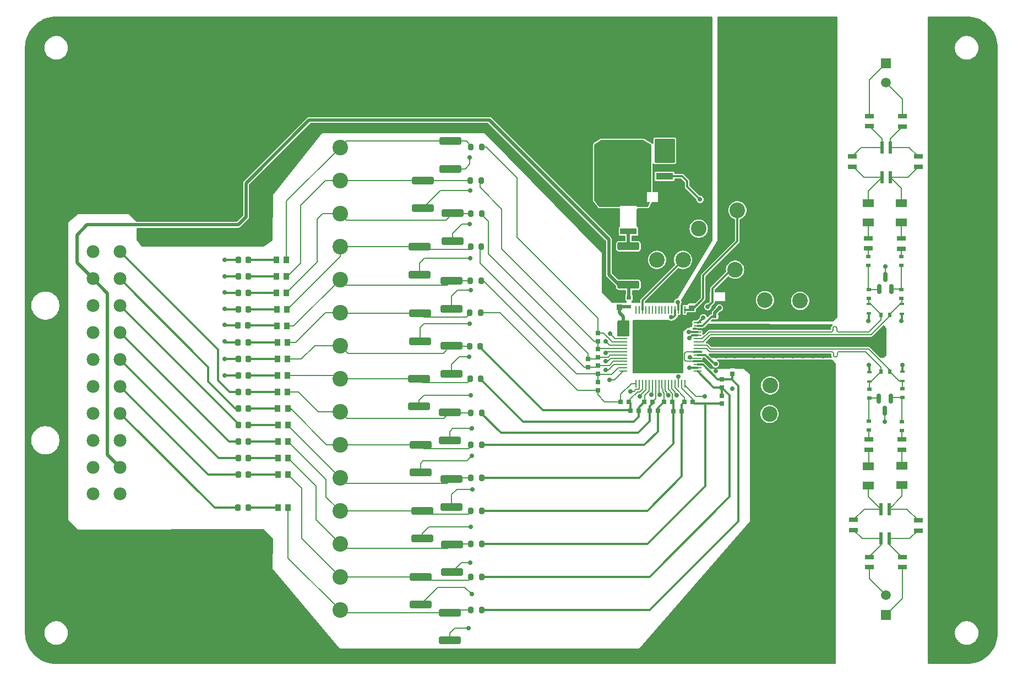
<source format=gbr>
%TF.GenerationSoftware,KiCad,Pcbnew,8.0.7*%
%TF.CreationDate,2025-02-10T22:10:37-06:00*%
%TF.ProjectId,Project63_BMS_DaughterBoard,50726f6a-6563-4743-9633-5f424d535f44,rev?*%
%TF.SameCoordinates,Original*%
%TF.FileFunction,Copper,L1,Top*%
%TF.FilePolarity,Positive*%
%FSLAX46Y46*%
G04 Gerber Fmt 4.6, Leading zero omitted, Abs format (unit mm)*
G04 Created by KiCad (PCBNEW 8.0.7) date 2025-02-10 22:10:37*
%MOMM*%
%LPD*%
G01*
G04 APERTURE LIST*
G04 Aperture macros list*
%AMRoundRect*
0 Rectangle with rounded corners*
0 $1 Rounding radius*
0 $2 $3 $4 $5 $6 $7 $8 $9 X,Y pos of 4 corners*
0 Add a 4 corners polygon primitive as box body*
4,1,4,$2,$3,$4,$5,$6,$7,$8,$9,$2,$3,0*
0 Add four circle primitives for the rounded corners*
1,1,$1+$1,$2,$3*
1,1,$1+$1,$4,$5*
1,1,$1+$1,$6,$7*
1,1,$1+$1,$8,$9*
0 Add four rect primitives between the rounded corners*
20,1,$1+$1,$2,$3,$4,$5,0*
20,1,$1+$1,$4,$5,$6,$7,0*
20,1,$1+$1,$6,$7,$8,$9,0*
20,1,$1+$1,$8,$9,$2,$3,0*%
G04 Aperture macros list end*
%TA.AperFunction,SMDPad,CuDef*%
%ADD10RoundRect,0.250000X-1.425000X0.362500X-1.425000X-0.362500X1.425000X-0.362500X1.425000X0.362500X0*%
%TD*%
%TA.AperFunction,SMDPad,CuDef*%
%ADD11RoundRect,0.200000X-0.200000X-0.275000X0.200000X-0.275000X0.200000X0.275000X-0.200000X0.275000X0*%
%TD*%
%TA.AperFunction,SMDPad,CuDef*%
%ADD12RoundRect,0.200000X0.200000X0.275000X-0.200000X0.275000X-0.200000X-0.275000X0.200000X-0.275000X0*%
%TD*%
%TA.AperFunction,SMDPad,CuDef*%
%ADD13RoundRect,0.218750X-0.218750X-0.256250X0.218750X-0.256250X0.218750X0.256250X-0.218750X0.256250X0*%
%TD*%
%TA.AperFunction,ComponentPad*%
%ADD14C,2.400000*%
%TD*%
%TA.AperFunction,SMDPad,CuDef*%
%ADD15R,1.346200X0.787400*%
%TD*%
%TA.AperFunction,SMDPad,CuDef*%
%ADD16R,1.143000X0.228600*%
%TD*%
%TA.AperFunction,SMDPad,CuDef*%
%ADD17R,0.228600X1.143000*%
%TD*%
%TA.AperFunction,SMDPad,CuDef*%
%ADD18R,6.502400X6.502400*%
%TD*%
%TA.AperFunction,SMDPad,CuDef*%
%ADD19R,0.552399X0.749198*%
%TD*%
%TA.AperFunction,SMDPad,CuDef*%
%ADD20RoundRect,0.250000X-1.450000X0.312500X-1.450000X-0.312500X1.450000X-0.312500X1.450000X0.312500X0*%
%TD*%
%TA.AperFunction,SMDPad,CuDef*%
%ADD21R,0.749198X0.552399*%
%TD*%
%TA.AperFunction,SMDPad,CuDef*%
%ADD22R,0.600000X1.850000*%
%TD*%
%TA.AperFunction,SMDPad,CuDef*%
%ADD23R,0.762000X0.558800*%
%TD*%
%TA.AperFunction,SMDPad,CuDef*%
%ADD24R,0.920000X0.990000*%
%TD*%
%TA.AperFunction,SMDPad,CuDef*%
%ADD25R,0.762000X0.660400*%
%TD*%
%TA.AperFunction,SMDPad,CuDef*%
%ADD26R,0.749200X0.452400*%
%TD*%
%TA.AperFunction,SMDPad,CuDef*%
%ADD27R,0.660400X0.762000*%
%TD*%
%TA.AperFunction,SMDPad,CuDef*%
%ADD28R,2.600000X1.060000*%
%TD*%
%TA.AperFunction,SMDPad,CuDef*%
%ADD29R,5.700000X5.632000*%
%TD*%
%TA.AperFunction,SMDPad,CuDef*%
%ADD30R,0.930000X0.890000*%
%TD*%
%TA.AperFunction,ComponentPad*%
%ADD31R,1.520000X1.520000*%
%TD*%
%TA.AperFunction,ComponentPad*%
%ADD32C,1.520000*%
%TD*%
%TA.AperFunction,SMDPad,CuDef*%
%ADD33R,0.508000X0.508000*%
%TD*%
%TA.AperFunction,SMDPad,CuDef*%
%ADD34R,1.820000X1.240000*%
%TD*%
%TA.AperFunction,ComponentPad*%
%ADD35C,1.981200*%
%TD*%
%TA.AperFunction,SMDPad,CuDef*%
%ADD36R,0.899198X0.852399*%
%TD*%
%TA.AperFunction,SMDPad,CuDef*%
%ADD37R,0.355600X1.397000*%
%TD*%
%TA.AperFunction,SMDPad,CuDef*%
%ADD38RoundRect,0.150000X-0.150000X0.587500X-0.150000X-0.587500X0.150000X-0.587500X0.150000X0.587500X0*%
%TD*%
%TA.AperFunction,SMDPad,CuDef*%
%ADD39RoundRect,0.150000X0.150000X-0.587500X0.150000X0.587500X-0.150000X0.587500X-0.150000X-0.587500X0*%
%TD*%
%TA.AperFunction,SMDPad,CuDef*%
%ADD40RoundRect,0.250000X1.450000X-0.312500X1.450000X0.312500X-1.450000X0.312500X-1.450000X-0.312500X0*%
%TD*%
%TA.AperFunction,SMDPad,CuDef*%
%ADD41R,0.863600X1.549400*%
%TD*%
%TA.AperFunction,SMDPad,CuDef*%
%ADD42R,2.590800X0.965200*%
%TD*%
%TA.AperFunction,ViaPad*%
%ADD43C,0.700000*%
%TD*%
%TA.AperFunction,Conductor*%
%ADD44C,0.500000*%
%TD*%
%TA.AperFunction,Conductor*%
%ADD45C,0.300000*%
%TD*%
%TA.AperFunction,Conductor*%
%ADD46C,0.200000*%
%TD*%
G04 APERTURE END LIST*
D10*
%TO.P,R602,1*%
%TO.N,Net-(R601-Pad1)*%
X158000000Y-70537500D03*
%TO.P,R602,2*%
%TO.N,BAT*%
X158000000Y-76462500D03*
%TD*%
D11*
%TO.P,R330,1*%
%TO.N,Net-(BAT_POSITIVE301-PadTP)*%
X133781775Y-55266895D03*
%TO.P,R330,2*%
%TO.N,VC14*%
X135431775Y-55266895D03*
%TD*%
D12*
%TO.P,R329,1*%
%TO.N,VC11*%
X135362196Y-70591895D03*
%TO.P,R329,2*%
%TO.N,Net-(F330-Pad2)*%
X133712196Y-70591895D03*
%TD*%
%TO.P,R328,1*%
%TO.N,VC12*%
X135431775Y-65474117D03*
%TO.P,R328,2*%
%TO.N,Net-(F329-Pad2)*%
X133781775Y-65474117D03*
%TD*%
%TO.P,R327,1*%
%TO.N,VC13*%
X135314641Y-60450783D03*
%TO.P,R327,2*%
%TO.N,Net-(F328-Pad2)*%
X133664641Y-60450783D03*
%TD*%
D11*
%TO.P,R322,1*%
%TO.N,Net-(F322-Pad2)*%
X133781775Y-126471895D03*
%TO.P,R322,2*%
%TO.N,VC0*%
X135431775Y-126471895D03*
%TD*%
D12*
%TO.P,R321,1*%
%TO.N,VC1*%
X135431775Y-121391895D03*
%TO.P,R321,2*%
%TO.N,Net-(F317-Pad2)*%
X133781775Y-121391895D03*
%TD*%
%TO.P,R320,1*%
%TO.N,VC2*%
X135431775Y-116311895D03*
%TO.P,R320,2*%
%TO.N,Net-(F321-Pad2)*%
X133781775Y-116311895D03*
%TD*%
%TO.P,R319,1*%
%TO.N,VC3*%
X135431775Y-111231895D03*
%TO.P,R319,2*%
%TO.N,Net-(F320-Pad2)*%
X133781775Y-111231895D03*
%TD*%
%TO.P,R318,1*%
%TO.N,VC4*%
X135431775Y-106151895D03*
%TO.P,R318,2*%
%TO.N,Net-(F319-Pad2)*%
X133781775Y-106151895D03*
%TD*%
%TO.P,R317,1*%
%TO.N,VC5*%
X135431775Y-101071895D03*
%TO.P,R317,2*%
%TO.N,Net-(F318-Pad2)*%
X133781775Y-101071895D03*
%TD*%
%TO.P,R316,1*%
%TO.N,VC6*%
X135431775Y-96138566D03*
%TO.P,R316,2*%
%TO.N,Net-(F316-Pad2)*%
X133781775Y-96138566D03*
%TD*%
%TO.P,R315,1*%
%TO.N,VC7*%
X135302048Y-90924487D03*
%TO.P,R315,2*%
%TO.N,Net-(F315-Pad2)*%
X133652048Y-90924487D03*
%TD*%
%TO.P,R314,1*%
%TO.N,VC8*%
X135201308Y-85957820D03*
%TO.P,R314,2*%
%TO.N,Net-(F314-Pad2)*%
X133551308Y-85957820D03*
%TD*%
%TO.P,R313,1*%
%TO.N,VC9*%
X135239085Y-80726709D03*
%TO.P,R313,2*%
%TO.N,Net-(F313-Pad2)*%
X133589085Y-80726709D03*
%TD*%
%TO.P,R312,1*%
%TO.N,VC10*%
X135311999Y-75800971D03*
%TO.P,R312,2*%
%TO.N,Net-(F312-Pad2)*%
X133661999Y-75800971D03*
%TD*%
D13*
%TO.P,F308,1,1*%
%TO.N,Cell 3*%
X97976059Y-100550732D03*
%TO.P,F308,2,2*%
%TO.N,Net-(F308-Pad2)*%
X99551059Y-100550732D03*
%TD*%
D14*
%TO.P,TP502,TP*%
%TO.N,TSREF*%
X162389472Y-72626439D03*
%TD*%
D15*
%TO.P,R705,1*%
%TO.N,Net-(FL701-N1-)*%
X192605440Y-112583972D03*
%TO.P,R705,2*%
%TO.N,Net-(FL701-N1+)*%
X192605440Y-114158772D03*
%TD*%
D16*
%TO.P,U201,1,1*%
%TO.N,Net-(C201-Pad2)*%
X157232429Y-82243727D03*
%TO.P,U201,2,2*%
X157232429Y-82743853D03*
%TO.P,U201,3,3*%
X157232429Y-83243979D03*
%TO.P,U201,4,4*%
X157232429Y-83744105D03*
%TO.P,U201,5,5*%
X157232429Y-84244231D03*
%TO.P,U201,6,6*%
%TO.N,CB14*%
X157232429Y-84744357D03*
%TO.P,U201,7,7*%
%TO.N,VC14*%
X157232429Y-85244483D03*
%TO.P,U201,8,8*%
%TO.N,CB13*%
X157232429Y-85744609D03*
%TO.P,U201,9,9*%
%TO.N,VC13*%
X157232429Y-86244735D03*
%TO.P,U201,10,10*%
%TO.N,CB12*%
X157232429Y-86744861D03*
%TO.P,U201,11,11*%
%TO.N,VC12*%
X157232429Y-87244987D03*
%TO.P,U201,12,12*%
%TO.N,CB11*%
X157232429Y-87745113D03*
%TO.P,U201,13,13*%
%TO.N,VC11*%
X157232429Y-88245239D03*
%TO.P,U201,14,14*%
%TO.N,CB10*%
X157232429Y-88745365D03*
%TO.P,U201,15,15*%
%TO.N,VC10*%
X157232429Y-89245491D03*
%TO.P,U201,16,16*%
%TO.N,CB9*%
X157232429Y-89745617D03*
D17*
%TO.P,U201,17,17*%
%TO.N,VC9*%
X159158384Y-91671572D03*
%TO.P,U201,18,18*%
%TO.N,CB8*%
X159658510Y-91671572D03*
%TO.P,U201,19,19*%
%TO.N,VC8*%
X160158636Y-91671572D03*
%TO.P,U201,20,20*%
%TO.N,CB7*%
X160658762Y-91671572D03*
%TO.P,U201,21,21*%
%TO.N,VC7*%
X161158888Y-91671572D03*
%TO.P,U201,22,22*%
%TO.N,CB6*%
X161659014Y-91671572D03*
%TO.P,U201,23,23*%
%TO.N,VC6*%
X162159140Y-91671572D03*
%TO.P,U201,24,24*%
%TO.N,CB5*%
X162659266Y-91671572D03*
%TO.P,U201,25,25*%
%TO.N,VC5*%
X163159392Y-91671572D03*
%TO.P,U201,26,26*%
%TO.N,CB4*%
X163659518Y-91671572D03*
%TO.P,U201,27,27*%
%TO.N,VC4*%
X164159644Y-91671572D03*
%TO.P,U201,28,28*%
%TO.N,CB3*%
X164659770Y-91671572D03*
%TO.P,U201,29,29*%
%TO.N,VC3*%
X165159896Y-91671572D03*
%TO.P,U201,30,30*%
%TO.N,CB2*%
X165660022Y-91671572D03*
%TO.P,U201,31,31*%
%TO.N,VC2*%
X166160148Y-91671572D03*
%TO.P,U201,32,32*%
%TO.N,CB1*%
X166660274Y-91671572D03*
D16*
%TO.P,U201,33,33*%
%TO.N,VC1*%
X168586229Y-89745617D03*
%TO.P,U201,34,34*%
%TO.N,CB0*%
X168586229Y-89245491D03*
%TO.P,U201,35,35*%
%TO.N,VC0*%
X168586229Y-88745365D03*
%TO.P,U201,36,36*%
%TO.N,AVSS*%
X168586229Y-88245239D03*
%TO.P,U201,37,37*%
%TO.N,REFHP*%
X168586229Y-87745113D03*
%TO.P,U201,38,38*%
%TO.N,AVDD*%
X168586229Y-87244987D03*
%TO.P,U201,39,39*%
%TO.N,AVSS*%
X168586229Y-86744861D03*
%TO.P,U201,40,40*%
%TO.N,COMLP*%
X168586229Y-86244735D03*
%TO.P,U201,41,41*%
%TO.N,COMLN*%
X168586229Y-85744609D03*
%TO.P,U201,42,42*%
%TO.N,COMHN*%
X168586229Y-85244483D03*
%TO.P,U201,43,43*%
%TO.N,COMHP*%
X168586229Y-84744357D03*
%TO.P,U201,44,44*%
%TO.N,NEG5V*%
X168586229Y-84244231D03*
%TO.P,U201,45,45*%
%TO.N,CVDD*%
X168586229Y-83744105D03*
%TO.P,U201,46,46*%
%TO.N,AVSS*%
X168586229Y-83243979D03*
%TO.P,U201,47,47*%
%TO.N,LDOIN*%
X168586229Y-82743853D03*
%TO.P,U201,48,48*%
%TO.N,NPNB*%
X168586229Y-82243727D03*
D17*
%TO.P,U201,49,49*%
%TO.N,DVDD*%
X166660274Y-80317772D03*
%TO.P,U201,50,50*%
%TO.N,AVSS*%
X166160148Y-80317772D03*
%TO.P,U201,51,51*%
%TO.N,TSREF*%
X165660022Y-80317772D03*
%TO.P,U201,52,52*%
%TO.N,CVDD*%
X165159896Y-80317772D03*
%TO.P,U201,53,53*%
%TO.N,unconnected-(U201-Pad53)*%
X164659770Y-80317772D03*
%TO.P,U201,54,54*%
%TO.N,unconnected-(U201-Pad54)*%
X164159644Y-80317772D03*
%TO.P,U201,55,55*%
%TO.N,unconnected-(U201-Pad55)*%
X163659518Y-80317772D03*
%TO.P,U201,56,56*%
%TO.N,unconnected-(U201-Pad56)*%
X163159392Y-80317772D03*
%TO.P,U201,57,57*%
%TO.N,unconnected-(U201-Pad57)*%
X162659266Y-80317772D03*
%TO.P,U201,58,58*%
%TO.N,unconnected-(U201-Pad58)*%
X162159140Y-80317772D03*
%TO.P,U201,59,59*%
%TO.N,unconnected-(U201-Pad59)*%
X161659014Y-80317772D03*
%TO.P,U201,60,60*%
%TO.N,unconnected-(U201-Pad60)*%
X161158888Y-80317772D03*
%TO.P,U201,61,61*%
%TO.N,unconnected-(U201-Pad61)*%
X160658762Y-80317772D03*
%TO.P,U201,62,62*%
%TO.N,NFAULT*%
X160158636Y-80317772D03*
%TO.P,U201,63,63*%
%TO.N,unconnected-(U201-Pad63)*%
X159658510Y-80317772D03*
%TO.P,U201,64,64*%
%TO.N,unconnected-(U201-Pad64)*%
X159158384Y-80317772D03*
D18*
%TO.P,U201,EPAD,EPAD*%
%TO.N,AVSS*%
X162909329Y-85994672D03*
%TD*%
D14*
%TO.P,TP306,TP*%
%TO.N,Net-(F316-Pad2)*%
X113640259Y-95970732D03*
%TD*%
D19*
%TO.P,R712,1*%
%TO.N,COMHN*%
X198180732Y-81114593D03*
%TO.P,R712,2*%
%TO.N,COMHP*%
X196828334Y-81114593D03*
%TD*%
D20*
%TO.P,R309,1*%
%TO.N,Net-(F321-Pad2)*%
X130839232Y-116362500D03*
%TO.P,R309,2*%
%TO.N,CB2*%
X130839232Y-120637500D03*
%TD*%
D21*
%TO.P,R707,1*%
%TO.N,COMLP*%
X195052328Y-92494905D03*
%TO.P,R707,2*%
%TO.N,Net-(D701-Pad2)*%
X195052328Y-93847303D03*
%TD*%
D22*
%TO.P,FL702,1,N1+*%
%TO.N,Net-(FL702-N1+)*%
X198271715Y-55379388D03*
%TO.P,FL702,2,N2+*%
%TO.N,Net-(FL702-N2+)*%
X197001715Y-55379388D03*
%TO.P,FL702,3,N2-*%
%TO.N,Net-(FL702-N2-)*%
X197001715Y-59929388D03*
%TO.P,FL702,4,N1-*%
%TO.N,Net-(FL702-N1-)*%
X198271715Y-59929388D03*
%TD*%
D14*
%TO.P,TP312,TP*%
%TO.N,Net-(F328-Pad2)*%
X113640259Y-60410732D03*
%TD*%
D20*
%TO.P,R305,1*%
%TO.N,Net-(F316-Pad2)*%
X130500000Y-96112500D03*
%TO.P,R305,2*%
%TO.N,CB6*%
X130500000Y-100387500D03*
%TD*%
D23*
%TO.P,R719,1*%
%TO.N,COMMH_P_OPT+*%
X194899468Y-72090122D03*
%TO.P,R719,2*%
%TO.N,Net-(D702-Pad1)*%
X194899468Y-73436322D03*
%TD*%
D13*
%TO.P,F301,1,1*%
%TO.N,Cell 10*%
X97919359Y-82739146D03*
%TO.P,F301,2,2*%
%TO.N,Net-(F301-Pad2)*%
X99494359Y-82739146D03*
%TD*%
D15*
%TO.P,R716,1*%
%TO.N,Net-(FL702-N2-)*%
X192383946Y-58317957D03*
%TO.P,R716,2*%
%TO.N,Net-(FL702-N2+)*%
X192383946Y-56743157D03*
%TD*%
D24*
%TO.P,F321,1*%
%TO.N,Net-(F309-Pad2)*%
X104113559Y-103111715D03*
%TO.P,F321,2*%
%TO.N,Net-(F321-Pad2)*%
X105663559Y-103111715D03*
%TD*%
D14*
%TO.P,TP304,TP*%
%TO.N,Net-(F314-Pad2)*%
X113640259Y-85810732D03*
%TD*%
%TO.P,TP501,TP*%
%TO.N,DVDD*%
X174750000Y-65000000D03*
%TD*%
%TO.P,TP509,TP*%
%TO.N,NPNB*%
X168789472Y-67826439D03*
%TD*%
D21*
%TO.P,R201,1*%
%TO.N,Net-(C201-Pad2)*%
X158078886Y-79783300D03*
%TO.P,R201,2*%
%TO.N,BAT*%
X158078886Y-78430902D03*
%TD*%
D25*
%TO.P,C328,1*%
%TO.N,VC12*%
X153265915Y-87578788D03*
%TO.P,C328,2*%
%TO.N,VC13*%
X153265915Y-86334188D03*
%TD*%
D26*
%TO.P,C703,1*%
%TO.N,AVSS*%
X200132328Y-89824357D03*
%TO.P,C703,2*%
%TO.N,COMLN*%
X200132328Y-91276757D03*
%TD*%
D13*
%TO.P,F310,1,1*%
%TO.N,Cell 1*%
X97976059Y-105630732D03*
%TO.P,F310,2,2*%
%TO.N,Net-(F310-Pad2)*%
X99551059Y-105630732D03*
%TD*%
D27*
%TO.P,C319,1*%
%TO.N,VC2*%
X167870617Y-94485994D03*
%TO.P,C319,2*%
%TO.N,VC3*%
X166626017Y-94485994D03*
%TD*%
D24*
%TO.P,F317,1*%
%TO.N,Net-(F310-Pad2)*%
X104113559Y-105678193D03*
%TO.P,F317,2*%
%TO.N,Net-(F317-Pad2)*%
X105663559Y-105678193D03*
%TD*%
D27*
%TO.P,C313,1*%
%TO.N,VC8*%
X158047849Y-94429745D03*
%TO.P,C313,2*%
%TO.N,VC9*%
X156803249Y-94429745D03*
%TD*%
D28*
%TO.P,Q601,1,B*%
%TO.N,NPNB*%
X163549000Y-59786000D03*
D29*
%TO.P,Q601,2,C*%
%TO.N,Net-(Q601-C)*%
X157000000Y-57500000D03*
D28*
%TO.P,Q601,3,E*%
%TO.N,LDOIN*%
X163549000Y-55214000D03*
%TD*%
D15*
%TO.P,R721,1*%
%TO.N,Net-(FL702-N1+)*%
X200132328Y-52117556D03*
%TO.P,R721,2*%
%TO.N,ISO_COMMH_N*%
X200132328Y-50542756D03*
%TD*%
D14*
%TO.P,TP506,TP*%
%TO.N,NEG5V*%
X184389472Y-78926439D03*
%TD*%
D21*
%TO.P,R718,1*%
%TO.N,COMHN*%
X199982706Y-78551909D03*
%TO.P,R718,2*%
%TO.N,Net-(D702-Pad2)*%
X199982706Y-77199511D03*
%TD*%
D25*
%TO.P,C322,1*%
%TO.N,AVSS*%
X173989472Y-88904139D03*
%TO.P,C322,2*%
%TO.N,VC0*%
X173989472Y-90148739D03*
%TD*%
D30*
%TO.P,C201,1*%
%TO.N,AVSS*%
X156639472Y-78356439D03*
%TO.P,C201,2*%
%TO.N,Net-(C201-Pad2)*%
X156639472Y-79896439D03*
%TD*%
D27*
%TO.P,C316,1*%
%TO.N,VC5*%
X162498789Y-95818424D03*
%TO.P,C316,2*%
%TO.N,VC6*%
X161254189Y-95818424D03*
%TD*%
D14*
%TO.P,TP314,TP*%
%TO.N,Net-(F330-Pad2)*%
X113640259Y-70570732D03*
%TD*%
%TO.P,TP303,TP*%
%TO.N,Net-(F313-Pad2)*%
X113640259Y-80730732D03*
%TD*%
D24*
%TO.P,F327,1*%
%TO.N,Net-(F323-Pad2)*%
X103825893Y-72610732D03*
%TO.P,F327,2*%
%TO.N,Net-(BAT_POSITIVE301-PadTP)*%
X105375893Y-72610732D03*
%TD*%
%TO.P,F319,1*%
%TO.N,Net-(F307-Pad2)*%
X104080472Y-98010732D03*
%TO.P,F319,2*%
%TO.N,Net-(F319-Pad2)*%
X105630472Y-98010732D03*
%TD*%
D31*
%TO.P,J702,1,1*%
%TO.N,ISO_COMMH_P*%
X197592328Y-42403162D03*
D32*
%TO.P,J702,2,2*%
%TO.N,ISO_COMMH_N*%
X197592328Y-45403161D03*
%TD*%
D15*
%TO.P,R715,1*%
%TO.N,Net-(FL702-N1-)*%
X202543946Y-58317957D03*
%TO.P,R715,2*%
%TO.N,Net-(FL702-N1+)*%
X202543946Y-56743157D03*
%TD*%
D25*
%TO.P,C329,1*%
%TO.N,VC11*%
X151765915Y-89126141D03*
%TO.P,C329,2*%
%TO.N,VC12*%
X151765915Y-87881541D03*
%TD*%
D24*
%TO.P,F328,1*%
%TO.N,Net-(F324-Pad2)*%
X103832843Y-75144045D03*
%TO.P,F328,2*%
%TO.N,Net-(F328-Pad2)*%
X105382843Y-75144045D03*
%TD*%
D33*
%TO.P,C208,1*%
%TO.N,AVSS*%
X172108572Y-81326439D03*
%TO.P,C208,2*%
%TO.N,LDOIN*%
X171270372Y-81326439D03*
%TD*%
D14*
%TO.P,TP308,TP*%
%TO.N,Net-(F319-Pad2)*%
X113640259Y-106130732D03*
%TD*%
D15*
%TO.P,R714,1*%
%TO.N,COMMH_P_OPT+*%
X194907627Y-70861282D03*
%TO.P,R714,2*%
%TO.N,Net-(C708-Pad2)*%
X194907627Y-69286482D03*
%TD*%
D26*
%TO.P,C706,1*%
%TO.N,AVSS*%
X194918733Y-80861036D03*
%TO.P,C706,2*%
%TO.N,COMHP*%
X194918733Y-79408636D03*
%TD*%
D34*
%TO.P,C702,1*%
%TO.N,Net-(FL701-N2-)*%
X200058341Y-107289132D03*
%TO.P,C702,2*%
%TO.N,Net-(C702-Pad2)*%
X200058341Y-104319132D03*
%TD*%
D23*
%TO.P,R703,1*%
%TO.N,COMML_N_OPT-*%
X200015344Y-98888469D03*
%TO.P,R703,2*%
%TO.N,Net-(D701-Pad1)*%
X200015344Y-97542269D03*
%TD*%
D14*
%TO.P,TP505,TP*%
%TO.N,AVDD*%
X179689472Y-96326439D03*
%TD*%
D13*
%TO.P,F325,1,1*%
%TO.N,Cell 12*%
X97976059Y-77690732D03*
%TO.P,F325,2,2*%
%TO.N,Net-(F325-Pad2)*%
X99551059Y-77690732D03*
%TD*%
D34*
%TO.P,C701,1*%
%TO.N,Net-(FL701-N1-)*%
X194912547Y-107310890D03*
%TO.P,C701,2*%
%TO.N,Net-(C701-Pad2)*%
X194912547Y-104340890D03*
%TD*%
D20*
%TO.P,R323,1*%
%TO.N,Net-(BAT_POSITIVE301-PadTP)*%
X130650000Y-54362500D03*
%TO.P,R323,2*%
%TO.N,CB14*%
X130650000Y-58637500D03*
%TD*%
D14*
%TO.P,BAT_POSITIVE301,TP*%
%TO.N,Net-(BAT_POSITIVE301-PadTP)*%
X113640259Y-55330732D03*
%TD*%
D20*
%TO.P,R301,1*%
%TO.N,Net-(F312-Pad2)*%
X130780694Y-75862500D03*
%TO.P,R301,2*%
%TO.N,CB10*%
X130780694Y-80137500D03*
%TD*%
D35*
%TO.P,J401,1,1*%
%TO.N,AVSS*%
X79812428Y-108644354D03*
%TO.P,J401,2,2*%
%TO.N,BAT*%
X79812428Y-104504355D03*
%TO.P,J401,3,3*%
%TO.N,AVSS*%
X79812428Y-100364356D03*
%TO.P,J401,4,4*%
%TO.N,Cell 0S*%
X79812428Y-96224357D03*
%TO.P,J401,5,5*%
%TO.N,Cell 1*%
X79812428Y-92084357D03*
%TO.P,J401,6,6*%
%TO.N,Cell 2*%
X79812428Y-87944358D03*
%TO.P,J401,7,7*%
%TO.N,Cell 3*%
X79812428Y-83804359D03*
%TO.P,J401,8,8*%
%TO.N,Cell 4*%
X79812428Y-79664359D03*
%TO.P,J401,9,9*%
%TO.N,Cell 5*%
X79812428Y-75524360D03*
%TO.P,J401,10,10*%
%TO.N,Cell 6*%
X79812428Y-71384361D03*
%TO.P,J401,11,11*%
%TO.N,Cell 7*%
X75672430Y-108644354D03*
%TO.P,J401,12,12*%
%TO.N,Cell 8*%
X75672430Y-104504355D03*
%TO.P,J401,13,13*%
%TO.N,Cell 9*%
X75672430Y-100364356D03*
%TO.P,J401,14,14*%
%TO.N,Cell 10*%
X75672430Y-96224357D03*
%TO.P,J401,15,15*%
%TO.N,Cell 11*%
X75672430Y-92084357D03*
%TO.P,J401,16,16*%
%TO.N,Cell 12*%
X75672430Y-87944358D03*
%TO.P,J401,17,17*%
%TO.N,Cell 13*%
X75672430Y-83804359D03*
%TO.P,J401,18,18*%
%TO.N,Cell 14S*%
X75672430Y-79664359D03*
%TO.P,J401,19,19*%
%TO.N,BAT*%
X75672430Y-75524360D03*
%TO.P,J401,20,20*%
%TO.N,AVSS*%
X75672430Y-71384361D03*
%TD*%
D23*
%TO.P,R704,1*%
%TO.N,COMML_P_OPT+*%
X194923946Y-98790557D03*
%TO.P,R704,2*%
%TO.N,Net-(D701-Pad2)*%
X194923946Y-97444357D03*
%TD*%
D20*
%TO.P,R307,1*%
%TO.N,Net-(F319-Pad2)*%
X130780694Y-106362500D03*
%TO.P,R307,2*%
%TO.N,CB4*%
X130780694Y-110637500D03*
%TD*%
D25*
%TO.P,C320,1*%
%TO.N,VC1*%
X172389472Y-93504139D03*
%TO.P,C320,2*%
%TO.N,VC2*%
X172389472Y-94748739D03*
%TD*%
D36*
%TO.P,C207,1*%
%TO.N,AVSS*%
X167689472Y-78800240D03*
%TO.P,C207,2*%
%TO.N,DVDD*%
X167689472Y-80052638D03*
%TD*%
D15*
%TO.P,R722,1*%
%TO.N,Net-(FL702-N2+)*%
X195052328Y-52092998D03*
%TO.P,R722,2*%
%TO.N,ISO_COMMH_P*%
X195052328Y-50518198D03*
%TD*%
D14*
%TO.P,TP508,TP*%
%TO.N,NFAULT*%
X166389472Y-72626439D03*
%TD*%
D15*
%TO.P,R702,1*%
%TO.N,Net-(FL701-N2+)*%
X200132328Y-118335356D03*
%TO.P,R702,2*%
%TO.N,ISO_COMML_N*%
X200132328Y-119910156D03*
%TD*%
D34*
%TO.P,C707,1*%
%TO.N,Net-(FL702-N1-)*%
X199976488Y-63870186D03*
%TO.P,C707,2*%
%TO.N,Net-(C707-Pad2)*%
X199976488Y-66840186D03*
%TD*%
D27*
%TO.P,C315,1*%
%TO.N,VC6*%
X161646484Y-94508899D03*
%TO.P,C315,2*%
%TO.N,VC7*%
X160401884Y-94508899D03*
%TD*%
D14*
%TO.P,TP302,TP*%
%TO.N,Net-(F312-Pad2)*%
X113640259Y-75650732D03*
%TD*%
D15*
%TO.P,R701,1*%
%TO.N,Net-(FL701-N1+)*%
X195052328Y-118335356D03*
%TO.P,R701,2*%
%TO.N,ISO_COMML_P*%
X195052328Y-119910156D03*
%TD*%
D20*
%TO.P,R306,1*%
%TO.N,Net-(F318-Pad2)*%
X126000000Y-101062500D03*
%TO.P,R306,2*%
%TO.N,CB5*%
X126000000Y-105337500D03*
%TD*%
D37*
%TO.P,C206,1*%
%TO.N,AVSS*%
X173068972Y-78326439D03*
%TO.P,C206,2*%
%TO.N,CVDD*%
X170909972Y-78326439D03*
%TD*%
D13*
%TO.P,F309,1,1*%
%TO.N,Cell 2*%
X97976059Y-103090732D03*
%TO.P,F309,2,2*%
%TO.N,Net-(F309-Pad2)*%
X99551059Y-103090732D03*
%TD*%
D24*
%TO.P,F320,1*%
%TO.N,Net-(F308-Pad2)*%
X104113559Y-100550732D03*
%TO.P,F320,2*%
%TO.N,Net-(F320-Pad2)*%
X105663559Y-100550732D03*
%TD*%
D38*
%TO.P,D701,1,1*%
%TO.N,Net-(D701-Pad1)*%
X198350000Y-93962500D03*
%TO.P,D701,2,2*%
%TO.N,Net-(D701-Pad2)*%
X196450000Y-93962500D03*
%TO.P,D701,3,3*%
%TO.N,AVSS*%
X197400000Y-95837500D03*
%TD*%
D14*
%TO.P,TP313,TP*%
%TO.N,Net-(F329-Pad2)*%
X113640259Y-65490732D03*
%TD*%
D39*
%TO.P,D702,1,1*%
%TO.N,Net-(D702-Pad1)*%
X196550000Y-77137500D03*
%TO.P,D702,2,2*%
%TO.N,Net-(D702-Pad2)*%
X198450000Y-77137500D03*
%TO.P,D702,3,3*%
%TO.N,AVSS*%
X197500000Y-75262500D03*
%TD*%
D14*
%TO.P,TP310,TP*%
%TO.N,Net-(F321-Pad2)*%
X113640259Y-116290732D03*
%TD*%
D31*
%TO.P,J701,1,1*%
%TO.N,ISO_COMML_N*%
X197592328Y-127202755D03*
D32*
%TO.P,J701,2,2*%
%TO.N,ISO_COMML_P*%
X197592328Y-124202756D03*
%TD*%
D25*
%TO.P,C327,1*%
%TO.N,VC13*%
X153265915Y-85116888D03*
%TO.P,C327,2*%
%TO.N,VC14*%
X153265915Y-83872288D03*
%TD*%
D13*
%TO.P,F326,1,1*%
%TO.N,Cell 11*%
X97976059Y-80230732D03*
%TO.P,F326,2,2*%
%TO.N,Net-(F326-Pad2)*%
X99551059Y-80230732D03*
%TD*%
D20*
%TO.P,R308,1*%
%TO.N,Net-(F320-Pad2)*%
X126300000Y-111212500D03*
%TO.P,R308,2*%
%TO.N,CB3*%
X126300000Y-115487500D03*
%TD*%
D14*
%TO.P,TP311,TP*%
%TO.N,Net-(F317-Pad2)*%
X113640259Y-121370732D03*
%TD*%
%TO.P,TP507,TP*%
%TO.N,REFHP*%
X179789472Y-91926439D03*
%TD*%
D13*
%TO.P,F302,1,1*%
%TO.N,Cell 9*%
X97929887Y-85310732D03*
%TO.P,F302,2,2*%
%TO.N,Net-(F302-Pad2)*%
X99504887Y-85310732D03*
%TD*%
D15*
%TO.P,R709,1*%
%TO.N,COMML_P_OPT+*%
X194945704Y-100259959D03*
%TO.P,R709,2*%
%TO.N,Net-(C701-Pad2)*%
X194945704Y-101834759D03*
%TD*%
D13*
%TO.P,F311,1,1*%
%TO.N,Cell 0S*%
X97925000Y-110750000D03*
%TO.P,F311,2,2*%
%TO.N,Net-(F311-Pad2)*%
X99500000Y-110750000D03*
%TD*%
D27*
%TO.P,C318,1*%
%TO.N,VC3*%
X166184941Y-95881706D03*
%TO.P,C318,2*%
%TO.N,VC4*%
X164940341Y-95881706D03*
%TD*%
D24*
%TO.P,F329,1*%
%TO.N,Net-(F325-Pad2)*%
X103843977Y-77684941D03*
%TO.P,F329,2*%
%TO.N,Net-(F329-Pad2)*%
X105393977Y-77684941D03*
%TD*%
D20*
%TO.P,R310,1*%
%TO.N,Net-(F317-Pad2)*%
X126000000Y-121362500D03*
%TO.P,R310,2*%
%TO.N,CB1*%
X126000000Y-125637500D03*
%TD*%
D24*
%TO.P,F313,1*%
%TO.N,Net-(F302-Pad2)*%
X103990801Y-85310732D03*
%TO.P,F313,2*%
%TO.N,Net-(F313-Pad2)*%
X105540801Y-85310732D03*
%TD*%
D34*
%TO.P,C708,1*%
%TO.N,Net-(FL702-N2-)*%
X194912547Y-63863831D03*
%TO.P,C708,2*%
%TO.N,Net-(C708-Pad2)*%
X194912547Y-66833831D03*
%TD*%
D20*
%TO.P,R324,1*%
%TO.N,Net-(F328-Pad2)*%
X126350000Y-60412500D03*
%TO.P,R324,2*%
%TO.N,CB13*%
X126350000Y-64687500D03*
%TD*%
D26*
%TO.P,C705,1*%
%TO.N,AVSS*%
X200009385Y-80889161D03*
%TO.P,C705,2*%
%TO.N,COMHN*%
X200009385Y-79436761D03*
%TD*%
D24*
%TO.P,F315,1*%
%TO.N,Net-(F304-Pad2)*%
X103986902Y-90406561D03*
%TO.P,F315,2*%
%TO.N,Net-(F315-Pad2)*%
X105536902Y-90406561D03*
%TD*%
D14*
%TO.P,TP504,TP*%
%TO.N,LDOIN*%
X178989472Y-78826439D03*
%TD*%
%TO.P,TP301,TP*%
%TO.N,Net-(F322-Pad2)*%
X113640259Y-126450732D03*
%TD*%
D13*
%TO.P,F306,1,1*%
%TO.N,Cell 5*%
X97976059Y-95470732D03*
%TO.P,F306,2,2*%
%TO.N,Net-(F306-Pad2)*%
X99551059Y-95470732D03*
%TD*%
D20*
%TO.P,R325,1*%
%TO.N,Net-(F329-Pad2)*%
X130950000Y-65462500D03*
%TO.P,R325,2*%
%TO.N,CB12*%
X130950000Y-69737500D03*
%TD*%
D15*
%TO.P,R713,1*%
%TO.N,COMMH_N_OPT-*%
X199977357Y-70911873D03*
%TO.P,R713,2*%
%TO.N,Net-(C707-Pad2)*%
X199977357Y-69337073D03*
%TD*%
D24*
%TO.P,F318,1*%
%TO.N,Net-(F306-Pad2)*%
X104061206Y-95470732D03*
%TO.P,F318,2*%
%TO.N,Net-(F318-Pad2)*%
X105611206Y-95470732D03*
%TD*%
D14*
%TO.P,TP309,TP*%
%TO.N,Net-(F320-Pad2)*%
X113640259Y-111210732D03*
%TD*%
D26*
%TO.P,C704,1*%
%TO.N,AVSS*%
X195052328Y-89909604D03*
%TO.P,C704,2*%
%TO.N,COMLP*%
X195052328Y-91362004D03*
%TD*%
D20*
%TO.P,R302,1*%
%TO.N,Net-(F313-Pad2)*%
X125950000Y-80862500D03*
%TO.P,R302,2*%
%TO.N,CB9*%
X125950000Y-85137500D03*
%TD*%
D13*
%TO.P,F323,1,1*%
%TO.N,Cell 14S*%
X97976059Y-72610732D03*
%TO.P,F323,2,2*%
%TO.N,Net-(F323-Pad2)*%
X99551059Y-72610732D03*
%TD*%
D24*
%TO.P,F330,1*%
%TO.N,Net-(F326-Pad2)*%
X103923901Y-80230732D03*
%TO.P,F330,2*%
%TO.N,Net-(F330-Pad2)*%
X105473901Y-80230732D03*
%TD*%
D27*
%TO.P,C317,1*%
%TO.N,VC4*%
X164710195Y-94455619D03*
%TO.P,C317,2*%
%TO.N,VC5*%
X163465595Y-94455619D03*
%TD*%
D40*
%TO.P,R311,1*%
%TO.N,CB0*%
X130500000Y-131137500D03*
%TO.P,R311,2*%
%TO.N,Net-(F322-Pad2)*%
X130500000Y-126862500D03*
%TD*%
D15*
%TO.P,R710,1*%
%TO.N,COMML_N_OPT-*%
X200060268Y-100259959D03*
%TO.P,R710,2*%
%TO.N,Net-(C702-Pad2)*%
X200060268Y-101834759D03*
%TD*%
D13*
%TO.P,F324,1,1*%
%TO.N,Cell 13*%
X97976059Y-75150732D03*
%TO.P,F324,2,2*%
%TO.N,Net-(F324-Pad2)*%
X99551059Y-75150732D03*
%TD*%
D23*
%TO.P,R720,1*%
%TO.N,COMMH_N_OPT-*%
X199993066Y-72091757D03*
%TO.P,R720,2*%
%TO.N,Net-(D702-Pad2)*%
X199993066Y-73437957D03*
%TD*%
D41*
%TO.P,C601,1*%
%TO.N,Net-(Q601-C)*%
X160358400Y-63000000D03*
%TO.P,C601,2*%
%TO.N,AVSS*%
X163000000Y-63000000D03*
%TD*%
D13*
%TO.P,F303,1,1*%
%TO.N,Cell 8*%
X97976059Y-87844187D03*
%TO.P,F303,2,2*%
%TO.N,Net-(F303-Pad2)*%
X99551059Y-87844187D03*
%TD*%
D25*
%TO.P,C330,1*%
%TO.N,VC10*%
X153265915Y-90126141D03*
%TO.P,C330,2*%
%TO.N,VC11*%
X153265915Y-88881541D03*
%TD*%
D13*
%TO.P,F307,1,1*%
%TO.N,Cell 4*%
X97976059Y-98010732D03*
%TO.P,F307,2,2*%
%TO.N,Net-(F307-Pad2)*%
X99551059Y-98010732D03*
%TD*%
D14*
%TO.P,TP305,TP*%
%TO.N,Net-(F315-Pad2)*%
X113640259Y-90890732D03*
%TD*%
D25*
%TO.P,C312,1*%
%TO.N,VC9*%
X153272109Y-92649155D03*
%TO.P,C312,2*%
%TO.N,VC10*%
X153272109Y-91404555D03*
%TD*%
D14*
%TO.P,TP307,TP*%
%TO.N,Net-(F318-Pad2)*%
X113640259Y-101050732D03*
%TD*%
D24*
%TO.P,F312,1*%
%TO.N,Net-(F301-Pad2)*%
X103944787Y-82770732D03*
%TO.P,F312,2*%
%TO.N,Net-(F312-Pad2)*%
X105494787Y-82770732D03*
%TD*%
%TO.P,F314,1*%
%TO.N,Net-(F303-Pad2)*%
X104004402Y-87850732D03*
%TO.P,F314,2*%
%TO.N,Net-(F314-Pad2)*%
X105554402Y-87850732D03*
%TD*%
D13*
%TO.P,F305,1,1*%
%TO.N,Cell 6*%
X97976059Y-92915798D03*
%TO.P,F305,2,2*%
%TO.N,Net-(F305-Pad2)*%
X99551059Y-92915798D03*
%TD*%
D22*
%TO.P,FL701,1,N1+*%
%TO.N,Net-(FL701-N1+)*%
X196793070Y-115496188D03*
%TO.P,FL701,2,N2+*%
%TO.N,Net-(FL701-N2+)*%
X198063070Y-115496188D03*
%TO.P,FL701,3,N2-*%
%TO.N,Net-(FL701-N2-)*%
X198063070Y-110946188D03*
%TO.P,FL701,4,N1-*%
%TO.N,Net-(FL701-N1-)*%
X196793070Y-110946188D03*
%TD*%
D19*
%TO.P,R711,1*%
%TO.N,COMLN*%
X198178481Y-89819176D03*
%TO.P,R711,2*%
%TO.N,COMLP*%
X196826083Y-89819176D03*
%TD*%
D15*
%TO.P,R706,1*%
%TO.N,Net-(FL701-N2-)*%
X202543946Y-112684357D03*
%TO.P,R706,2*%
%TO.N,Net-(FL701-N2+)*%
X202543946Y-114259157D03*
%TD*%
D20*
%TO.P,R304,1*%
%TO.N,Net-(F315-Pad2)*%
X125800000Y-90912500D03*
%TO.P,R304,2*%
%TO.N,CB7*%
X125800000Y-95187500D03*
%TD*%
D27*
%TO.P,C314,1*%
%TO.N,VC7*%
X159539172Y-95838586D03*
%TO.P,C314,2*%
%TO.N,VC8*%
X158294572Y-95838586D03*
%TD*%
D14*
%TO.P,TP503,TP*%
%TO.N,CVDD*%
X174389472Y-74126439D03*
%TD*%
D20*
%TO.P,R303,1*%
%TO.N,Net-(F314-Pad2)*%
X130780694Y-85862500D03*
%TO.P,R303,2*%
%TO.N,CB8*%
X130780694Y-90137500D03*
%TD*%
D21*
%TO.P,R708,1*%
%TO.N,COMLN*%
X200132328Y-92409658D03*
%TO.P,R708,2*%
%TO.N,Net-(D701-Pad1)*%
X200132328Y-93762056D03*
%TD*%
D24*
%TO.P,F316,1*%
%TO.N,Net-(F305-Pad2)*%
X104021997Y-92930732D03*
%TO.P,F316,2*%
%TO.N,Net-(F316-Pad2)*%
X105571997Y-92930732D03*
%TD*%
D20*
%TO.P,R326,1*%
%TO.N,Net-(F330-Pad2)*%
X125850000Y-70612500D03*
%TO.P,R326,2*%
%TO.N,CB11*%
X125850000Y-74887500D03*
%TD*%
D25*
%TO.P,C321,1*%
%TO.N,VC0*%
X172389472Y-91004139D03*
%TO.P,C321,2*%
%TO.N,VC1*%
X172389472Y-92248739D03*
%TD*%
D24*
%TO.P,F322,1*%
%TO.N,Net-(F311-Pad2)*%
X104113559Y-110710732D03*
%TO.P,F322,2*%
%TO.N,Net-(F322-Pad2)*%
X105663559Y-110710732D03*
%TD*%
D21*
%TO.P,R717,1*%
%TO.N,COMHP*%
X194923946Y-78526756D03*
%TO.P,R717,2*%
%TO.N,Net-(D702-Pad1)*%
X194923946Y-77174358D03*
%TD*%
D42*
%TO.P,R601,1*%
%TO.N,Net-(R601-Pad1)*%
X158000000Y-68247900D03*
%TO.P,R601,2*%
%TO.N,Net-(Q601-C)*%
X158000000Y-63752100D03*
%TD*%
D13*
%TO.P,F304,1,1*%
%TO.N,Cell 7*%
X97976059Y-90390732D03*
%TO.P,F304,2,2*%
%TO.N,Net-(F304-Pad2)*%
X99551059Y-90390732D03*
%TD*%
D43*
%TO.N,Cell 7*%
X95889472Y-90376439D03*
%TO.N,Cell 9*%
X95889472Y-85126439D03*
%TO.N,Cell 8*%
X95889472Y-87876439D03*
%TO.N,Cell 10*%
X95889472Y-82626439D03*
%TO.N,Cell 11*%
X95889472Y-80126439D03*
%TO.N,Cell 13*%
X95889472Y-75126439D03*
%TO.N,Cell 12*%
X95889472Y-77626439D03*
%TO.N,CB9*%
X133586431Y-82486431D03*
X155100000Y-91100000D03*
%TO.N,CB7*%
X159705428Y-93593072D03*
X133736927Y-93436927D03*
%TO.N,AVSS*%
X178689472Y-82926439D03*
X204889472Y-110626439D03*
X90189472Y-42126439D03*
X188889472Y-89626439D03*
X186089472Y-82926439D03*
X83089472Y-131426439D03*
X175889472Y-85326439D03*
X175289472Y-52626439D03*
X200089472Y-88826439D03*
X174300000Y-87401439D03*
X133389472Y-133500000D03*
X192189472Y-85326439D03*
X90189472Y-62726439D03*
X188889472Y-49626439D03*
X82189472Y-62726439D03*
X204889472Y-36626439D03*
X188889472Y-121626439D03*
X188889472Y-64626439D03*
X188889472Y-113626439D03*
X188889472Y-117626439D03*
X188889472Y-105626439D03*
X183289472Y-87426439D03*
X186389472Y-87426439D03*
X175389472Y-82926439D03*
X82189472Y-42126439D03*
X183289472Y-85326439D03*
X188889472Y-45626439D03*
X188889472Y-72626439D03*
X79089472Y-131426439D03*
X188889472Y-133626439D03*
X87089472Y-131426439D03*
X175289472Y-45626439D03*
X168889472Y-45626439D03*
X184789472Y-85326439D03*
X170900000Y-82900000D03*
X184589472Y-82926439D03*
X93189472Y-42126439D03*
X204889472Y-84626439D03*
X197500000Y-73600000D03*
X175289472Y-41626439D03*
X204889472Y-89626439D03*
X177789472Y-117726439D03*
X173889472Y-82926439D03*
X164100000Y-87600000D03*
X177289472Y-87426439D03*
X188889472Y-52626439D03*
X177789472Y-125726439D03*
X168889472Y-37626439D03*
X79089472Y-118226439D03*
X204889472Y-77626439D03*
X120589472Y-47626439D03*
X193589472Y-85326439D03*
X171489472Y-87426439D03*
X196589472Y-85326439D03*
X187889472Y-87426439D03*
X186289472Y-85326439D03*
X83089472Y-118226439D03*
X177389472Y-85326439D03*
X116589472Y-47626439D03*
X173900000Y-78300000D03*
X124589472Y-47626439D03*
X137389472Y-133500000D03*
X174489472Y-85326439D03*
X78189472Y-62726439D03*
X177789472Y-132726439D03*
X75089472Y-131426439D03*
X180289472Y-87426439D03*
X172389472Y-82926439D03*
X187589472Y-82926439D03*
X131589472Y-47626439D03*
X175289472Y-37626439D03*
X168889472Y-41626439D03*
X204889472Y-130626439D03*
X172989472Y-87426439D03*
X177789472Y-129726439D03*
X163100000Y-78000000D03*
X188889472Y-129626439D03*
X204889472Y-73626439D03*
X168889472Y-49626439D03*
X180189472Y-82926439D03*
X189189472Y-85326439D03*
X188889472Y-37626439D03*
X177189472Y-82926439D03*
X174000000Y-92400000D03*
X128589472Y-47626439D03*
X171489472Y-85326439D03*
X86189472Y-42126439D03*
X78189472Y-42126439D03*
X181789472Y-87426439D03*
X190689472Y-85326439D03*
X204889472Y-93626439D03*
X178789472Y-87426439D03*
X177789472Y-121726439D03*
X140389472Y-133500000D03*
X194889472Y-82026439D03*
X188889472Y-68626439D03*
X188889472Y-109626439D03*
X188889472Y-60626439D03*
X194989472Y-88826439D03*
X167600000Y-77700000D03*
X199989472Y-82026439D03*
X181789472Y-85326439D03*
X195089472Y-85326439D03*
X178889472Y-85326439D03*
X175289472Y-49626439D03*
X155500000Y-78300000D03*
X129389472Y-133500000D03*
X93189472Y-62726439D03*
X188889472Y-41626439D03*
X188889472Y-56626439D03*
X180289472Y-85326439D03*
X90089472Y-118226439D03*
X90089472Y-131426439D03*
X188889472Y-76626439D03*
X87089472Y-118226439D03*
X188889472Y-80626439D03*
X169663204Y-88076201D03*
X168889472Y-52626439D03*
X188889472Y-97626439D03*
X75089472Y-118226439D03*
X187789472Y-85326439D03*
X188889472Y-101626439D03*
X197400000Y-97500000D03*
X172989472Y-85326439D03*
X86189472Y-62726439D03*
X204889472Y-56626439D03*
X188889472Y-125626439D03*
X175300000Y-88900000D03*
X188889472Y-93626439D03*
X171401157Y-89698843D03*
X184789472Y-87426439D03*
X125389472Y-133500000D03*
%TO.N,CB14*%
X155196556Y-84003444D03*
X133570862Y-56869982D03*
%TO.N,CB12*%
X133601985Y-67101985D03*
X154500000Y-86900000D03*
%TO.N,CB6*%
X133902952Y-98539919D03*
X161500000Y-93400000D03*
%TO.N,CB2*%
X165700000Y-90600000D03*
X133683120Y-119157850D03*
%TO.N,CB0*%
X133375286Y-129225776D03*
X167389472Y-89226439D03*
%TO.N,CB11*%
X133677786Y-72377786D03*
X154500000Y-88228788D03*
%TO.N,CB1*%
X169700000Y-93637019D03*
X133900000Y-124054617D03*
%TO.N,CB13*%
X154477317Y-85122683D03*
X133634143Y-61968732D03*
%TO.N,CB10*%
X154509620Y-89590380D03*
X133776907Y-77276907D03*
%TO.N,CB4*%
X134026387Y-107899336D03*
X164115594Y-93434833D03*
%TO.N,CB8*%
X158300000Y-92831101D03*
X133519780Y-87545393D03*
%TO.N,CB5*%
X162809140Y-93400000D03*
X133925678Y-102737105D03*
%TO.N,CB3*%
X133779990Y-113658137D03*
X165415595Y-93467901D03*
%TO.N,CVDD*%
X164589472Y-81439274D03*
X167289472Y-83726439D03*
X170189472Y-79826439D03*
%TO.N,NPNB*%
X169489472Y-81526439D03*
X168989472Y-63326439D03*
%TO.N,TSREF*%
X165589472Y-79126439D03*
%TO.N,NEG5V*%
X167389472Y-84626439D03*
%TO.N,AVDD*%
X171389472Y-88626439D03*
%TO.N,LDOIN*%
X171989472Y-80026439D03*
X162727000Y-56400000D03*
X164327000Y-57200000D03*
X163527000Y-56400000D03*
X164327000Y-56400000D03*
X162727000Y-57200000D03*
X163527000Y-57200000D03*
%TO.N,REFHP*%
X167400000Y-87595239D03*
%TO.N,Cell 14S*%
X95900000Y-72600000D03*
%TD*%
D44*
%TO.N,BAT*%
X158078886Y-76888226D02*
X158078886Y-78430902D01*
X158389472Y-76577640D02*
X158078886Y-76888226D01*
X156664872Y-76577640D02*
X158389472Y-76577640D01*
X155000000Y-74912768D02*
X156664872Y-76577640D01*
X155000000Y-69486967D02*
X155000000Y-74912768D01*
X136639472Y-51126439D02*
X155000000Y-69486967D01*
X108889472Y-51126439D02*
X136639472Y-51126439D01*
X99200000Y-66000000D02*
X99200000Y-60815911D01*
X74773561Y-67226439D02*
X97973561Y-67226439D01*
X73200000Y-73051930D02*
X73200000Y-68800000D01*
X99200000Y-60815911D02*
X108889472Y-51126439D01*
X73200000Y-68800000D02*
X74773561Y-67226439D01*
X75672430Y-75524360D02*
X73200000Y-73051930D01*
X97973561Y-67226439D02*
X99200000Y-66000000D01*
D45*
%TO.N,NPNB*%
X166286000Y-59786000D02*
X163549000Y-59786000D01*
X167000000Y-60500000D02*
X166286000Y-59786000D01*
X167000000Y-61336967D02*
X167000000Y-60500000D01*
X168989472Y-63326439D02*
X167000000Y-61336967D01*
D44*
%TO.N,Net-(R601-Pad1)*%
X158000000Y-70537500D02*
X158000000Y-68247900D01*
D45*
%TO.N,Cell 7*%
X95903765Y-90390732D02*
X95889472Y-90376439D01*
X98043559Y-90390732D02*
X95903765Y-90390732D01*
%TO.N,Cell 9*%
X96073765Y-85310732D02*
X95889472Y-85126439D01*
X97997387Y-85310732D02*
X96073765Y-85310732D01*
%TO.N,Cell 5*%
X98043559Y-95470732D02*
X97483765Y-95470732D01*
X93389472Y-89101404D02*
X79812428Y-75524360D01*
X93389472Y-91376439D02*
X93389472Y-89101404D01*
X97483765Y-95470732D02*
X93389472Y-91376439D01*
%TO.N,Cell 1*%
X93358803Y-105630732D02*
X79812428Y-92084357D01*
X98043559Y-105630732D02*
X93358803Y-105630732D01*
%TO.N,Cell 8*%
X95921724Y-87844187D02*
X95889472Y-87876439D01*
X98043559Y-87844187D02*
X95921724Y-87844187D01*
%TO.N,Cell 10*%
X97986859Y-82739146D02*
X96002179Y-82739146D01*
X96002179Y-82739146D02*
X95889472Y-82626439D01*
%TO.N,Cell 11*%
X98043559Y-80230732D02*
X95993765Y-80230732D01*
X95993765Y-80230732D02*
X95889472Y-80126439D01*
%TO.N,Cell 3*%
X98043559Y-100550732D02*
X96558801Y-100550732D01*
X96558801Y-100550732D02*
X79812428Y-83804359D01*
%TO.N,Cell 6*%
X98043559Y-92915798D02*
X96678831Y-92915798D01*
X96678831Y-92915798D02*
X94889472Y-91126439D01*
X94889472Y-91126439D02*
X94889472Y-86461405D01*
X94889472Y-86461405D02*
X79812428Y-71384361D01*
%TO.N,Cell 13*%
X98043559Y-75150732D02*
X95913765Y-75150732D01*
X95913765Y-75150732D02*
X95889472Y-75126439D01*
%TO.N,Cell 2*%
X98007852Y-103126439D02*
X94994509Y-103126439D01*
X94994509Y-103126439D02*
X79812428Y-87944358D01*
%TO.N,Cell 4*%
X98043559Y-97895490D02*
X79812428Y-79664359D01*
%TO.N,Cell 12*%
X98043559Y-77690732D02*
X95953765Y-77690732D01*
X95953765Y-77690732D02*
X95889472Y-77626439D01*
D46*
%TO.N,CB9*%
X125950000Y-83050000D02*
X125950000Y-85137500D01*
X126513569Y-82486431D02*
X125950000Y-83050000D01*
X133586431Y-82486431D02*
X133586431Y-82486432D01*
X133620812Y-82452051D02*
X133586432Y-82486431D01*
X133586432Y-82486431D02*
X133586431Y-82486431D01*
X133586431Y-82486431D02*
X126513569Y-82486431D01*
X157232429Y-89745617D02*
X155878046Y-91100000D01*
X155878046Y-91100000D02*
X155100000Y-91100000D01*
D45*
%TO.N,VC4*%
X164940341Y-100875570D02*
X159664016Y-106151895D01*
X164940341Y-94685765D02*
X164710195Y-94455619D01*
X164940341Y-95881706D02*
X164940341Y-94685765D01*
D46*
X164765595Y-93165595D02*
X164765595Y-94400219D01*
D45*
X164940341Y-95881706D02*
X164940341Y-100875570D01*
D46*
X164765595Y-94400219D02*
X164710195Y-94455619D01*
X164159644Y-92559644D02*
X164765595Y-93165595D01*
D45*
X159664016Y-106151895D02*
X135282974Y-106151895D01*
D46*
X164159644Y-91671572D02*
X164159644Y-92559644D01*
%TO.N,VC8*%
X158251697Y-94048303D02*
X158251697Y-94429745D01*
X160158636Y-91671572D02*
X160158636Y-92522806D01*
D45*
X144821126Y-95726439D02*
X135052507Y-85957820D01*
D46*
X159356928Y-92943072D02*
X158251697Y-94048303D01*
D45*
X158294572Y-95838586D02*
X158294572Y-94676468D01*
D46*
X160158636Y-92522806D02*
X159738370Y-92943072D01*
X159738370Y-92943072D02*
X159356928Y-92943072D01*
D45*
X158294572Y-94676468D02*
X158047849Y-94429745D01*
X158182425Y-95726439D02*
X144821126Y-95726439D01*
D46*
%TO.N,CB7*%
X160658762Y-92641238D02*
X160658762Y-91671572D01*
X125800000Y-94200000D02*
X125800000Y-95187500D01*
X160031343Y-93267157D02*
X160032843Y-93267157D01*
X133736927Y-93436926D02*
X133736927Y-93436927D01*
X159705428Y-93593072D02*
X160031343Y-93267157D01*
X133751832Y-93422021D02*
X133736927Y-93436926D01*
X133736927Y-93436927D02*
X133736926Y-93436927D01*
X133736927Y-93436927D02*
X126563073Y-93436927D01*
X160032843Y-93267157D02*
X160658762Y-92641238D01*
X126563073Y-93436927D02*
X125800000Y-94200000D01*
D45*
%TO.N,AVSS*%
X200009385Y-82006526D02*
X199989472Y-82026439D01*
X194918733Y-81997178D02*
X194889472Y-82026439D01*
D46*
X168586229Y-86744861D02*
X166855139Y-86744861D01*
X166600000Y-88000000D02*
X166845239Y-88245239D01*
X170300000Y-82900000D02*
X170900000Y-82900000D01*
X169663204Y-88076201D02*
X169494166Y-88245239D01*
X156639472Y-78356439D02*
X155556439Y-78356439D01*
D45*
X194918733Y-80861036D02*
X194918733Y-81997178D01*
D46*
X197400000Y-95837500D02*
X197400000Y-97500000D01*
X167689472Y-78800240D02*
X167689472Y-77789472D01*
X166845239Y-88245239D02*
X168586229Y-88245239D01*
X169956021Y-83243979D02*
X170300000Y-82900000D01*
X155556439Y-78356439D02*
X155500000Y-78300000D01*
D45*
X195052328Y-88889295D02*
X194989472Y-88826439D01*
X195052328Y-89909604D02*
X195052328Y-88889295D01*
X200009385Y-80889161D02*
X200009385Y-82006526D01*
D46*
X197500000Y-75262500D02*
X197500000Y-73600000D01*
X175295861Y-88904139D02*
X175300000Y-88900000D01*
D45*
X200132328Y-88869295D02*
X200089472Y-88826439D01*
D46*
X173873561Y-78326439D02*
X173900000Y-78300000D01*
X166855139Y-86744861D02*
X166600000Y-87000000D01*
X169494166Y-88245239D02*
X168586229Y-88245239D01*
X173989472Y-88904139D02*
X175295861Y-88904139D01*
X173068972Y-78326439D02*
X173873561Y-78326439D01*
X166600000Y-87000000D02*
X166600000Y-88000000D01*
X168586229Y-83243979D02*
X169956021Y-83243979D01*
D45*
X200132328Y-89824357D02*
X200132328Y-88869295D01*
D46*
X167689472Y-77789472D02*
X167600000Y-77700000D01*
%TO.N,VC2*%
X167870617Y-94070617D02*
X167870617Y-94369972D01*
D45*
X160938977Y-116311895D02*
X135282974Y-116311895D01*
D46*
X166160148Y-91671572D02*
X166160148Y-92360148D01*
D45*
X169789472Y-94748739D02*
X168133362Y-94748739D01*
X169789472Y-107461400D02*
X160938977Y-116311895D01*
X169789472Y-94748739D02*
X169789472Y-107461400D01*
X172389472Y-94748739D02*
X169789472Y-94748739D01*
X168133362Y-94748739D02*
X167870617Y-94485994D01*
D46*
X166160148Y-92360148D02*
X167870617Y-94070617D01*
D45*
%TO.N,VC7*%
X159539172Y-96776739D02*
X158789472Y-97526439D01*
D46*
X161158888Y-91671572D02*
X161158888Y-92806798D01*
D45*
X158789472Y-97526439D02*
X141755199Y-97526439D01*
D46*
X160532843Y-93432843D02*
X160532843Y-94365600D01*
X161158888Y-92806798D02*
X160532843Y-93432843D01*
D45*
X159539172Y-95838586D02*
X159539172Y-95371611D01*
X159539172Y-95838586D02*
X159539172Y-96776739D01*
D46*
X160532843Y-94365600D02*
X160539013Y-94371770D01*
D45*
X159539172Y-95371611D02*
X160401884Y-94508899D01*
X141755199Y-97526439D02*
X135153247Y-90924487D01*
D46*
%TO.N,CB14*%
X155196556Y-84003444D02*
X155937469Y-84744357D01*
X133570862Y-57929138D02*
X133570862Y-56869982D01*
X155937469Y-84744357D02*
X157232429Y-84744357D01*
X132862500Y-58637500D02*
X133570862Y-57929138D01*
X130650000Y-58637500D02*
X132862500Y-58637500D01*
%TO.N,VC11*%
X157232429Y-88245239D02*
X155688047Y-88245239D01*
X151765915Y-89126141D02*
X151184915Y-89126141D01*
X153021315Y-89126141D02*
X153265915Y-88881541D01*
X151184915Y-89126141D02*
X135213395Y-73154621D01*
X155051745Y-88881541D02*
X153265915Y-88881541D01*
X135213395Y-73154621D02*
X135213395Y-70591895D01*
X155688047Y-88245239D02*
X155051745Y-88881541D01*
X151765915Y-89126141D02*
X153021315Y-89126141D01*
D45*
%TO.N,VC1*%
X172389472Y-92248739D02*
X172389472Y-93504139D01*
X171089351Y-92248739D02*
X172389472Y-92248739D01*
X173579472Y-93438739D02*
X173579472Y-109037314D01*
X161224891Y-121391895D02*
X135282974Y-121391895D01*
X173579472Y-109037314D02*
X161224891Y-121391895D01*
X168586229Y-89745617D02*
X171089351Y-92248739D01*
X172389472Y-92248739D02*
X173579472Y-93438739D01*
D46*
%TO.N,CB12*%
X154655139Y-86744861D02*
X157232429Y-86744861D01*
X133601985Y-67101985D02*
X132398015Y-67101985D01*
X133623596Y-67080373D02*
X133601985Y-67101984D01*
X154500000Y-86900000D02*
X154655139Y-86744861D01*
X130950000Y-68550000D02*
X130950000Y-69737500D01*
X132398015Y-67101985D02*
X130950000Y-68550000D01*
X133601985Y-67101984D02*
X133601985Y-67101985D01*
%TO.N,Net-(C701-Pad2)*%
X194912547Y-103809289D02*
X194912547Y-104340890D01*
X194945704Y-101834759D02*
X194945704Y-103776132D01*
X194945704Y-103776132D02*
X194912547Y-103809289D01*
%TO.N,VC14*%
X154146161Y-83872288D02*
X153265915Y-83872288D01*
X153265915Y-81563432D02*
X140855839Y-69153356D01*
X140855839Y-69153356D02*
X140855839Y-59969617D01*
X153265915Y-83872288D02*
X153265915Y-81563432D01*
X140855839Y-59969617D02*
X136153117Y-55266895D01*
X136153117Y-55266895D02*
X135282974Y-55266895D01*
X155518356Y-85244483D02*
X154146161Y-83872288D01*
X157232429Y-85244483D02*
X155518356Y-85244483D01*
%TO.N,CB6*%
X161659014Y-91671572D02*
X161659014Y-93240986D01*
X161659014Y-93240986D02*
X161500000Y-93400000D01*
X130500000Y-99000000D02*
X130500000Y-100387500D01*
X133902952Y-98539919D02*
X130960081Y-98539919D01*
X130960081Y-98539919D02*
X130500000Y-99000000D01*
X133902952Y-98539919D02*
X133697095Y-98745776D01*
%TO.N,CB2*%
X165660022Y-91671572D02*
X165660022Y-90639978D01*
X132318882Y-119157850D02*
X130839232Y-120637500D01*
X165660022Y-90639978D02*
X165700000Y-90600000D01*
X133683120Y-119157850D02*
X133591046Y-119065776D01*
X133683120Y-119157850D02*
X132318882Y-119157850D01*
%TO.N,Net-(FL701-N1-)*%
X194912547Y-109065665D02*
X196793070Y-110946188D01*
X192605440Y-112583972D02*
X194243224Y-110946188D01*
X194243224Y-110946188D02*
X196793070Y-110946188D01*
X194912547Y-107310890D02*
X194912547Y-109065665D01*
%TO.N,Net-(FL701-N2-)*%
X200058341Y-107289132D02*
X200058341Y-108950917D01*
X200058341Y-108950917D02*
X198063070Y-110946188D01*
X200805777Y-110946188D02*
X198063070Y-110946188D01*
X202543946Y-112684357D02*
X200805777Y-110946188D01*
%TO.N,Net-(C702-Pad2)*%
X200060268Y-101834759D02*
X200060268Y-104317205D01*
%TO.N,CB0*%
X131274224Y-129225776D02*
X130500000Y-130000000D01*
X133403606Y-129254096D02*
X133375286Y-129225776D01*
D45*
X167408524Y-89245491D02*
X167389472Y-89226439D01*
X168586229Y-89245491D02*
X167408524Y-89245491D01*
D46*
X130500000Y-130000000D02*
X130500000Y-131137500D01*
X133375286Y-129225776D02*
X131274224Y-129225776D01*
%TO.N,Net-(FL702-N1-)*%
X199976488Y-61634161D02*
X198271715Y-59929388D01*
X202543946Y-58317957D02*
X200932515Y-59929388D01*
X200932515Y-59929388D02*
X198271715Y-59929388D01*
X199976488Y-63870186D02*
X199976488Y-61634161D01*
%TO.N,CB11*%
X155270384Y-87745113D02*
X154786709Y-88228788D01*
X154786709Y-88228788D02*
X154500000Y-88228788D01*
X125850000Y-73150000D02*
X125850000Y-74887500D01*
X133688373Y-72367199D02*
X133677786Y-72377786D01*
X157232429Y-87745113D02*
X155270384Y-87745113D01*
X133677786Y-72377786D02*
X126622214Y-72377786D01*
X126622214Y-72377786D02*
X125850000Y-73150000D01*
%TO.N,CB1*%
X169576524Y-93632679D02*
X169580864Y-93637019D01*
X167244499Y-92512288D02*
X168364890Y-93632679D01*
X133900000Y-124054617D02*
X132845383Y-123000000D01*
X167244498Y-92512288D02*
X167244499Y-92512288D01*
X132845383Y-123000000D02*
X128637500Y-123000000D01*
X168364890Y-93632679D02*
X169576524Y-93632679D01*
X128637500Y-123000000D02*
X126000000Y-125637500D01*
X133782927Y-124145776D02*
X133874086Y-124054617D01*
X166660274Y-91928063D02*
X167244498Y-92512288D01*
%TO.N,VC13*%
X153265915Y-85116888D02*
X153265915Y-86334188D01*
X152684915Y-85116888D02*
X138506511Y-70938484D01*
X157232429Y-86244735D02*
X153355368Y-86244735D01*
X138506511Y-64810658D02*
X135165840Y-61469987D01*
X138506511Y-70938484D02*
X138506511Y-64810658D01*
X135165840Y-61469987D02*
X135165840Y-60450783D01*
X153265915Y-85116888D02*
X152684915Y-85116888D01*
%TO.N,CB13*%
X154477317Y-85122683D02*
X155099243Y-85744609D01*
X129068768Y-61968732D02*
X126350000Y-64687500D01*
X133634143Y-61968732D02*
X129068768Y-61968732D01*
X155099243Y-85744609D02*
X157232429Y-85744609D01*
D45*
%TO.N,VC6*%
X161254189Y-95137424D02*
X161646484Y-94745129D01*
D46*
X162159140Y-93996243D02*
X161646484Y-94508899D01*
D45*
X161254189Y-97461722D02*
X159489472Y-99226439D01*
X159489472Y-99226439D02*
X138370847Y-99226439D01*
X161646484Y-94745129D02*
X161646484Y-94508899D01*
X138370847Y-99226439D02*
X135282974Y-96138566D01*
X161254189Y-95818424D02*
X161254189Y-97461722D01*
D46*
X162159140Y-91671572D02*
X162159140Y-93996243D01*
D45*
X161254189Y-95818424D02*
X161254189Y-95137424D01*
D46*
%TO.N,VC9*%
X156803249Y-93296751D02*
X156803249Y-94429745D01*
X158428428Y-91671572D02*
X156803249Y-93296751D01*
X150169177Y-92649155D02*
X138246731Y-80726709D01*
X153272109Y-92649155D02*
X153272109Y-93350464D01*
X153272109Y-92649155D02*
X150169177Y-92649155D01*
X153272109Y-93350464D02*
X154351390Y-94429745D01*
X154351390Y-94429745D02*
X156803249Y-94429745D01*
X138246731Y-80726709D02*
X135090284Y-80726709D01*
X159158384Y-91671572D02*
X158428428Y-91671572D01*
D45*
%TO.N,NFAULT*%
X160158636Y-80317772D02*
X160158636Y-78857275D01*
X160158636Y-78857275D02*
X166389472Y-72626439D01*
D46*
%TO.N,Net-(C707-Pad2)*%
X199977357Y-69337073D02*
X199977357Y-66841055D01*
%TO.N,VC10*%
X155459620Y-90240380D02*
X153380154Y-90240380D01*
X153380154Y-90240380D02*
X153265915Y-90126141D01*
X153265915Y-90126141D02*
X150009136Y-90126141D01*
X156454509Y-89245491D02*
X155459620Y-90240380D01*
X150009136Y-90126141D02*
X135683966Y-75800971D01*
X153272109Y-91404555D02*
X153272109Y-90132335D01*
X157232429Y-89245491D02*
X156454509Y-89245491D01*
X135683966Y-75800971D02*
X135163198Y-75800971D01*
%TO.N,Net-(FL702-N2-)*%
X194912547Y-63863831D02*
X194912547Y-62018556D01*
X194234955Y-59929388D02*
X192512328Y-58206761D01*
X194912547Y-62018556D02*
X197001715Y-59929388D01*
X197001715Y-59929388D02*
X194234955Y-59929388D01*
%TO.N,VC5*%
X163159392Y-92345202D02*
X163259518Y-92445328D01*
D45*
X162498789Y-95818424D02*
X162498789Y-95422425D01*
D46*
X163465595Y-93137216D02*
X163465595Y-94455619D01*
D45*
X162498789Y-95818424D02*
X162498789Y-99017122D01*
D46*
X163259518Y-92931139D02*
X163465595Y-93137216D01*
X163259518Y-92445328D02*
X163259518Y-92931139D01*
X163159392Y-91671572D02*
X163159392Y-92345202D01*
D45*
X162498789Y-95422425D02*
X163465595Y-94455619D01*
X160444016Y-101071895D02*
X135282974Y-101071895D01*
X162498789Y-99017122D02*
X160444016Y-101071895D01*
%TO.N,VC0*%
X169457729Y-88745365D02*
X171716503Y-91004139D01*
X173889472Y-91026439D02*
X172411772Y-91026439D01*
X171716503Y-91004139D02*
X172389472Y-91004139D01*
X173989472Y-90148739D02*
X173989472Y-90926439D01*
X161224892Y-126471895D02*
X174864910Y-112831877D01*
X135282974Y-126471895D02*
X161224892Y-126471895D01*
X173889472Y-91026439D02*
X174864910Y-92001877D01*
X168586229Y-88745365D02*
X169457729Y-88745365D01*
X173989472Y-90926439D02*
X173889472Y-91026439D01*
X174864910Y-92001877D02*
X174864910Y-112831877D01*
D46*
%TO.N,CB10*%
X155753607Y-88745365D02*
X154908592Y-89590380D01*
X133802894Y-77250920D02*
X133776907Y-77276907D01*
X131723093Y-77276907D02*
X130780694Y-78219306D01*
X130780694Y-78219306D02*
X130780694Y-80137500D01*
X133776907Y-77276907D02*
X131723093Y-77276907D01*
X157232429Y-88745365D02*
X155753607Y-88745365D01*
X154908592Y-89590380D02*
X154509620Y-89590380D01*
%TO.N,VC12*%
X152963162Y-87881541D02*
X153265915Y-87578788D01*
X136485278Y-66676421D02*
X135282974Y-65474117D01*
X151765915Y-86977455D02*
X136485278Y-71696818D01*
X154871023Y-87578788D02*
X153265915Y-87578788D01*
X151765915Y-87881541D02*
X152963162Y-87881541D01*
X151765915Y-87881541D02*
X151765915Y-86977455D01*
X136485278Y-71696818D02*
X136485278Y-66676421D01*
X155204824Y-87244987D02*
X154871023Y-87578788D01*
X157232429Y-87244987D02*
X155204824Y-87244987D01*
%TO.N,VC3*%
X165159896Y-91671572D02*
X165159896Y-92292964D01*
D45*
X160884016Y-111231895D02*
X135282974Y-111231895D01*
X166184941Y-95881706D02*
X166184941Y-94927070D01*
D46*
X165159896Y-92292964D02*
X166626017Y-93759085D01*
D45*
X166184941Y-94927070D02*
X166626017Y-94485994D01*
X166184941Y-95881706D02*
X166184941Y-105930970D01*
D46*
X166626017Y-93759085D02*
X166626017Y-94485994D01*
D45*
X166184941Y-105930970D02*
X160884016Y-111231895D01*
D46*
%TO.N,CB4*%
X164115594Y-93434833D02*
X163865595Y-93184834D01*
X130780694Y-108719306D02*
X130780694Y-110637500D01*
X163659518Y-92765454D02*
X163659518Y-91671572D01*
X163865595Y-92971531D02*
X163659518Y-92765454D01*
X163865595Y-93184834D02*
X163865595Y-92971531D01*
X131600664Y-107899336D02*
X130780694Y-108719306D01*
X134026387Y-107899336D02*
X131600664Y-107899336D01*
%TO.N,CB8*%
X159572684Y-92543072D02*
X159658510Y-92457246D01*
X159156928Y-92543072D02*
X159572684Y-92543072D01*
X131954607Y-87545393D02*
X130780694Y-88719306D01*
X130780694Y-88719306D02*
X130780694Y-90137500D01*
X133519780Y-87545393D02*
X131954607Y-87545393D01*
X158300000Y-92831101D02*
X158868899Y-92831101D01*
X159658510Y-92457246D02*
X159658510Y-91671572D01*
X158868899Y-92831101D02*
X159156928Y-92543072D01*
%TO.N,CB5*%
X133162783Y-103500000D02*
X126418750Y-103500000D01*
X126000000Y-103918750D02*
X126000000Y-105337500D01*
X126418750Y-103500000D02*
X126000000Y-103918750D01*
X162659266Y-93250126D02*
X162809140Y-93400000D01*
X133925678Y-102737105D02*
X133162783Y-103500000D01*
X162659266Y-91671572D02*
X162659266Y-93250126D01*
%TO.N,Net-(C708-Pad2)*%
X194907627Y-69286482D02*
X194907627Y-66838751D01*
%TO.N,CB3*%
X127341863Y-113658137D02*
X126300000Y-114700000D01*
X126300000Y-114700000D02*
X126300000Y-115487500D01*
X164659770Y-92457246D02*
X164659770Y-91671572D01*
X165165595Y-92963071D02*
X164659770Y-92457246D01*
X165165595Y-93217901D02*
X165165595Y-92963071D01*
X133779990Y-113658137D02*
X127341863Y-113658137D01*
X165415595Y-93467901D02*
X165165595Y-93217901D01*
D45*
%TO.N,Net-(F301-Pad2)*%
X99426859Y-82739146D02*
X103913201Y-82739146D01*
%TO.N,CVDD*%
X170189472Y-79826439D02*
X170889472Y-79126439D01*
X165159896Y-81203446D02*
X164924068Y-81439274D01*
X170909972Y-77005939D02*
X173789472Y-74126439D01*
X170909972Y-79105939D02*
X170909972Y-78326439D01*
X167307138Y-83744105D02*
X168586229Y-83744105D01*
X165159896Y-80317772D02*
X165159896Y-81203446D01*
X164924068Y-81439274D02*
X164589472Y-81439274D01*
X167289472Y-83726439D02*
X167307138Y-83744105D01*
X170909972Y-78326439D02*
X170909972Y-77005939D01*
X170889472Y-79126439D02*
X170889472Y-78346939D01*
%TO.N,NPNB*%
X168772184Y-82243727D02*
X169489472Y-81526439D01*
X168586229Y-82243727D02*
X168772184Y-82243727D01*
%TO.N,TSREF*%
X165660022Y-79196989D02*
X165589472Y-79126439D01*
X165660022Y-80317772D02*
X165660022Y-79196989D01*
%TO.N,DVDD*%
X167689472Y-80052638D02*
X168012872Y-80052638D01*
X169489472Y-75026439D02*
X174750000Y-69765911D01*
X174750000Y-69765911D02*
X174750000Y-65000000D01*
X169489472Y-78576038D02*
X169489472Y-75026439D01*
X166660274Y-80317772D02*
X167424338Y-80317772D01*
X168012872Y-80052638D02*
X169489472Y-78576038D01*
%TO.N,NEG5V*%
X167389472Y-84626439D02*
X167771680Y-84244231D01*
X167771680Y-84244231D02*
X168586229Y-84244231D01*
%TO.N,AVDD*%
X169838032Y-87244987D02*
X168586229Y-87244987D01*
X171389472Y-88626439D02*
X171219484Y-88626439D01*
X171219484Y-88626439D02*
X169838032Y-87244987D01*
%TO.N,LDOIN*%
X169372058Y-82743853D02*
X170789472Y-81326439D01*
X170789472Y-81326439D02*
X171270372Y-81326439D01*
D44*
X171989472Y-80026439D02*
X171270372Y-80745539D01*
X171270372Y-80745539D02*
X171270372Y-81326439D01*
D45*
X168586229Y-82743853D02*
X169372058Y-82743853D01*
D46*
%TO.N,REFHP*%
X167549874Y-87745113D02*
X167400000Y-87595239D01*
X168586229Y-87745113D02*
X167549874Y-87745113D01*
D44*
%TO.N,BAT*%
X77900000Y-77751930D02*
X75672430Y-75524360D01*
X75672430Y-75524360D02*
X75672430Y-74927570D01*
X77900000Y-102591927D02*
X77900000Y-77751930D01*
X79812428Y-104504355D02*
X77900000Y-102591927D01*
D45*
%TO.N,Net-(F302-Pad2)*%
X99437387Y-85310732D02*
X103990801Y-85310732D01*
%TO.N,Net-(F303-Pad2)*%
X99483559Y-87844187D02*
X103997857Y-87844187D01*
%TO.N,Net-(F304-Pad2)*%
X99483559Y-90390732D02*
X103971073Y-90390732D01*
%TO.N,Net-(F305-Pad2)*%
X104021997Y-92930732D02*
X99498493Y-92930732D01*
%TO.N,Net-(F306-Pad2)*%
X99483559Y-95470732D02*
X104061206Y-95470732D01*
%TO.N,Net-(F307-Pad2)*%
X104080472Y-98010732D02*
X99483559Y-98010732D01*
%TO.N,Net-(F308-Pad2)*%
X99483559Y-100550732D02*
X104113559Y-100550732D01*
%TO.N,Net-(F309-Pad2)*%
X104113559Y-103111715D02*
X99504542Y-103111715D01*
%TO.N,Net-(F310-Pad2)*%
X99483559Y-105630732D02*
X104066098Y-105630732D01*
%TO.N,Net-(F311-Pad2)*%
X104113559Y-110710732D02*
X99539268Y-110710732D01*
X99539268Y-110710732D02*
X99500000Y-110750000D01*
D46*
%TO.N,Net-(F312-Pad2)*%
X130780694Y-75862500D02*
X130143194Y-76500000D01*
X130842223Y-75800971D02*
X130780694Y-75862500D01*
X130143194Y-76500000D02*
X114489527Y-76500000D01*
X114489527Y-76500000D02*
X113640259Y-75650732D01*
X106520259Y-82770732D02*
X113640259Y-75650732D01*
X133810800Y-75800971D02*
X130842223Y-75800971D01*
X105494787Y-82770732D02*
X106520259Y-82770732D01*
%TO.N,Net-(F313-Pad2)*%
X126512500Y-81425000D02*
X125950000Y-80862500D01*
X113772027Y-80862500D02*
X113640259Y-80730732D01*
X133039595Y-81425000D02*
X126512500Y-81425000D01*
X106806502Y-85310732D02*
X111386502Y-80730732D01*
X125950000Y-80862500D02*
X113772027Y-80862500D01*
X105540801Y-85310732D02*
X106806502Y-85310732D01*
X111386502Y-80730732D02*
X113640259Y-80730732D01*
X133737886Y-80726709D02*
X133039595Y-81425000D01*
%TO.N,Net-(F314-Pad2)*%
X109746871Y-85810732D02*
X113640259Y-85810732D01*
X130637500Y-85862500D02*
X129500000Y-87000000D01*
X129500000Y-87000000D02*
X114829527Y-87000000D01*
X114829527Y-87000000D02*
X113640259Y-85810732D01*
X107706871Y-87850732D02*
X109746871Y-85810732D01*
X130780694Y-85862500D02*
X130637500Y-85862500D01*
X130876014Y-85957820D02*
X130780694Y-85862500D01*
X105554402Y-87850732D02*
X107706871Y-87850732D01*
X133700109Y-85957820D02*
X130876014Y-85957820D01*
%TO.N,Net-(F315-Pad2)*%
X133250336Y-91475000D02*
X126362500Y-91475000D01*
X126362500Y-91475000D02*
X125800000Y-90912500D01*
X113662027Y-90912500D02*
X113640259Y-90890732D01*
X133800849Y-90924487D02*
X133250336Y-91475000D01*
X105536902Y-90406561D02*
X113156088Y-90406561D01*
X125800000Y-90912500D02*
X113662027Y-90912500D01*
%TO.N,Net-(F316-Pad2)*%
X133930576Y-96138566D02*
X130526066Y-96138566D01*
X130526066Y-96138566D02*
X130500000Y-96112500D01*
X110304109Y-95970732D02*
X113640259Y-95970732D01*
X130500000Y-96112500D02*
X129612500Y-97000000D01*
X105571997Y-92930732D02*
X107264109Y-92930732D01*
X114669527Y-97000000D02*
X113640259Y-95970732D01*
X107264109Y-92930732D02*
X110304109Y-95970732D01*
X129612500Y-97000000D02*
X114669527Y-97000000D01*
%TO.N,Net-(F317-Pad2)*%
X126000000Y-121362500D02*
X113648491Y-121362500D01*
X126562500Y-121925000D02*
X126000000Y-121362500D01*
X107765774Y-115496247D02*
X107763101Y-115496247D01*
X107763101Y-107777735D02*
X107763101Y-115496247D01*
X133397471Y-121925000D02*
X126562500Y-121925000D01*
X133930576Y-121391895D02*
X133397471Y-121925000D01*
X113648491Y-121362500D02*
X113640259Y-121370732D01*
X105663559Y-105678193D02*
X107763101Y-107777735D01*
X113640259Y-121370732D02*
X107765774Y-115496247D01*
%TO.N,Net-(F318-Pad2)*%
X133377471Y-101625000D02*
X126562500Y-101625000D01*
X106226682Y-95677155D02*
X111600259Y-101050732D01*
X111600259Y-101050732D02*
X113640259Y-101050732D01*
X113652027Y-101062500D02*
X113640259Y-101050732D01*
X105611206Y-95470732D02*
X106156312Y-95470732D01*
X126562500Y-101625000D02*
X126000000Y-101062500D01*
X106156312Y-95470732D02*
X106156312Y-95677155D01*
X126000000Y-101062500D02*
X113652027Y-101062500D01*
X106156312Y-95677155D02*
X106226682Y-95677155D01*
X133930576Y-101071895D02*
X133377471Y-101625000D01*
%TO.N,Net-(F319-Pad2)*%
X130780694Y-106362500D02*
X130143194Y-107000000D01*
X130143194Y-107000000D02*
X114509527Y-107000000D01*
X114509527Y-107000000D02*
X113640259Y-106130732D01*
X133930576Y-106151895D02*
X130991299Y-106151895D01*
X105630472Y-98120945D02*
X113640259Y-106130732D01*
X130991299Y-106151895D02*
X130780694Y-106362500D01*
%TO.N,Net-(F320-Pad2)*%
X133387471Y-111775000D02*
X126862500Y-111775000D01*
X105663559Y-100550732D02*
X111513103Y-106400276D01*
X111513103Y-106400276D02*
X111513103Y-109083576D01*
X113642027Y-111212500D02*
X113640259Y-111210732D01*
X126862500Y-111775000D02*
X126300000Y-111212500D01*
X111513103Y-109083576D02*
X113640259Y-111210732D01*
X133930576Y-111231895D02*
X133387471Y-111775000D01*
X126300000Y-111212500D02*
X113642027Y-111212500D01*
%TO.N,Net-(F321-Pad2)*%
X105663559Y-103111715D02*
X109964937Y-107413093D01*
X109964937Y-107413093D02*
X109964937Y-112615410D01*
X130889837Y-116311895D02*
X130839232Y-116362500D01*
X133930576Y-116311895D02*
X130889837Y-116311895D01*
X130201732Y-117000000D02*
X114349527Y-117000000D01*
X109964937Y-112615410D02*
X113640259Y-116290732D01*
X114349527Y-117000000D02*
X113640259Y-116290732D01*
X130839232Y-116362500D02*
X130201732Y-117000000D01*
%TO.N,Net-(F322-Pad2)*%
X113640259Y-126450732D02*
X105663559Y-118474032D01*
X130500000Y-126862500D02*
X114052027Y-126862500D01*
X130890605Y-126471895D02*
X130500000Y-126862500D01*
X105663559Y-118474032D02*
X105663559Y-110710732D01*
X133930576Y-126471895D02*
X130890605Y-126471895D01*
X114052027Y-126862500D02*
X113640259Y-126450732D01*
D45*
%TO.N,Net-(F323-Pad2)*%
X99483559Y-72610732D02*
X103825893Y-72610732D01*
%TO.N,Net-(F324-Pad2)*%
X99483559Y-75150732D02*
X103826156Y-75150732D01*
%TO.N,Net-(F325-Pad2)*%
X99483559Y-77690732D02*
X103838186Y-77690732D01*
%TO.N,Net-(F326-Pad2)*%
X99483559Y-80230732D02*
X103923901Y-80230732D01*
D46*
%TO.N,Net-(F328-Pad2)*%
X107562552Y-64222105D02*
X111373925Y-60410732D01*
X113642027Y-60412500D02*
X113640259Y-60410732D01*
X133813442Y-60450783D02*
X126388283Y-60450783D01*
X126388283Y-60450783D02*
X126350000Y-60412500D01*
X126350000Y-60412500D02*
X113642027Y-60412500D01*
X111373925Y-60410732D02*
X113640259Y-60410732D01*
X107562552Y-73167063D02*
X107562552Y-64222105D01*
X105585570Y-75144045D02*
X107562552Y-73167063D01*
%TO.N,Net-(F329-Pad2)*%
X110187084Y-72891834D02*
X110108424Y-72813174D01*
X110108424Y-72813174D02*
X110108424Y-66355134D01*
X130950000Y-65462500D02*
X129912500Y-66500000D01*
X110108424Y-66355134D02*
X110972826Y-65490732D01*
X130961617Y-65474117D02*
X130950000Y-65462500D01*
X110972826Y-65490732D02*
X113640259Y-65490732D01*
X105393977Y-77684941D02*
X110187084Y-72891834D01*
X133930576Y-65474117D02*
X130961617Y-65474117D01*
X129912500Y-66500000D02*
X114649527Y-66500000D01*
X114649527Y-66500000D02*
X113640259Y-65490732D01*
%TO.N,Net-(F330-Pad2)*%
X133860997Y-70591895D02*
X133452892Y-71000000D01*
X105521821Y-80230732D02*
X113640259Y-72112294D01*
X125850000Y-70612500D02*
X113682027Y-70612500D01*
X113640259Y-72112294D02*
X113640259Y-70570732D01*
X133452892Y-71000000D02*
X126237500Y-71000000D01*
X113682027Y-70612500D02*
X113640259Y-70570732D01*
X126237500Y-71000000D02*
X125850000Y-70612500D01*
%TO.N,Net-(FL701-N2+)*%
X201218896Y-115496188D02*
X202455927Y-114259157D01*
X198063070Y-116400037D02*
X199998389Y-118335356D01*
X198063070Y-115496188D02*
X201218896Y-115496188D01*
X198063070Y-115496188D02*
X198063070Y-116400037D01*
%TO.N,Net-(FL701-N1+)*%
X193942856Y-115496188D02*
X192605440Y-114158772D01*
X196793070Y-115496188D02*
X196793070Y-116522841D01*
X196793070Y-115496188D02*
X193942856Y-115496188D01*
X196793070Y-116522841D02*
X195052328Y-118263583D01*
%TO.N,Net-(FL702-N1+)*%
X198271715Y-53978169D02*
X200132328Y-52117556D01*
X198271715Y-55379388D02*
X198271715Y-53978169D01*
X201180177Y-55379388D02*
X202543946Y-56743157D01*
X198271715Y-55379388D02*
X201180177Y-55379388D01*
%TO.N,Net-(FL702-N2+)*%
X197001715Y-54038682D02*
X195056031Y-52092998D01*
X197001715Y-55379388D02*
X197001715Y-54038682D01*
X193747715Y-55379388D02*
X197001715Y-55379388D01*
X192383946Y-56743157D02*
X193747715Y-55379388D01*
%TO.N,Net-(D701-Pad1)*%
X200132328Y-93762056D02*
X198550444Y-93762056D01*
X200015344Y-97542269D02*
X200015344Y-93879040D01*
X198550444Y-93762056D02*
X198350000Y-93962500D01*
%TO.N,Net-(D701-Pad2)*%
X196334803Y-93847303D02*
X196450000Y-93962500D01*
X195052328Y-93847303D02*
X196334803Y-93847303D01*
X194923946Y-97444357D02*
X194923946Y-93851138D01*
%TO.N,Net-(D702-Pad1)*%
X194899468Y-77149880D02*
X194923946Y-77174358D01*
X194899468Y-73436322D02*
X194899468Y-77149880D01*
X194923946Y-77174358D02*
X196513142Y-77174358D01*
X196513142Y-77174358D02*
X196550000Y-77137500D01*
%TO.N,Net-(D702-Pad2)*%
X199993066Y-77189151D02*
X199982706Y-77199511D01*
X199920695Y-77137500D02*
X199982706Y-77199511D01*
X199993066Y-73437957D02*
X199993066Y-77189151D01*
X198450000Y-77137500D02*
X199920695Y-77137500D01*
%TO.N,COMML_N_OPT-*%
X200015344Y-98888469D02*
X200015344Y-100215035D01*
%TO.N,COMML_P_OPT+*%
X194923946Y-98790557D02*
X194923946Y-100238201D01*
%TO.N,COMMH_N_OPT-*%
X199993066Y-72091757D02*
X199993066Y-70927582D01*
%TO.N,COMMH_P_OPT+*%
X194899468Y-72090122D02*
X194899468Y-70869441D01*
%TO.N,COMLP*%
X189866771Y-87549778D02*
X189746771Y-87549778D01*
X170448786Y-86751439D02*
X169942082Y-86244735D01*
X190106771Y-86991439D02*
X190106771Y-87309778D01*
X170448786Y-86751439D02*
X189266771Y-86751439D01*
X196826083Y-89103175D02*
X194474347Y-86751439D01*
X169942082Y-86244735D02*
X168586229Y-86244735D01*
X195052328Y-92494905D02*
X195052328Y-91362004D01*
X194474347Y-86751439D02*
X190346771Y-86751439D01*
X196826083Y-89819176D02*
X196826083Y-89103175D01*
X195283255Y-91362004D02*
X196826083Y-89819176D01*
X189506771Y-87309778D02*
X189506771Y-86991439D01*
X189746771Y-87549778D02*
G75*
G02*
X189506822Y-87309778I29J239978D01*
G01*
X189506771Y-86991439D02*
G75*
G03*
X189266771Y-86751429I-239971J39D01*
G01*
X190106771Y-87309778D02*
G75*
G02*
X189866771Y-87549771I-239971J-22D01*
G01*
X190346771Y-86751439D02*
G75*
G03*
X190106839Y-86991439I29J-239961D01*
G01*
%TO.N,COMLN*%
X200132328Y-92409658D02*
X200132328Y-91276757D01*
X169068492Y-85769672D02*
X170032705Y-85769672D01*
X200132328Y-91276757D02*
X199636062Y-91276757D01*
X199636062Y-91276757D02*
X198178481Y-89819176D01*
X194926439Y-86326439D02*
X198178481Y-89578481D01*
X170032705Y-85769672D02*
X170589472Y-86326439D01*
X170589472Y-86326439D02*
X194926439Y-86326439D01*
X169043429Y-85744609D02*
X169068492Y-85769672D01*
X198178481Y-89578481D02*
X198178481Y-89819176D01*
%TO.N,COMHN*%
X170582672Y-84151439D02*
X195307507Y-84151439D01*
X200009385Y-79436761D02*
X200009385Y-78578588D01*
X169514691Y-85219420D02*
X170582672Y-84151439D01*
X169068492Y-85219420D02*
X169514691Y-85219420D01*
X198180732Y-81016193D02*
X199760164Y-79436761D01*
X195307507Y-84151439D02*
X198180732Y-81278214D01*
X169043429Y-85244483D02*
X169068492Y-85219420D01*
X198180732Y-81278214D02*
X198180732Y-81114593D01*
%TO.N,COMHP*%
X170396272Y-83701439D02*
X185469666Y-83701439D01*
X169068492Y-84769420D02*
X169328291Y-84769420D01*
X190264986Y-83701439D02*
X194957489Y-83701439D01*
X195220777Y-79408636D02*
X194918733Y-79408636D01*
X185475614Y-83701439D02*
X189184986Y-83701439D01*
X185469666Y-83701439D02*
X185475614Y-83701439D01*
X196828334Y-81016193D02*
X195220777Y-79408636D01*
X190024986Y-83143100D02*
X190024986Y-83461439D01*
X169328291Y-84769420D02*
X170396272Y-83701439D01*
X189424986Y-83461439D02*
X189424986Y-83143100D01*
X196828334Y-81830594D02*
X196828334Y-81114593D01*
X189664986Y-82903100D02*
X189784986Y-82903100D01*
X194923946Y-78526756D02*
X194923946Y-79403423D01*
X194957489Y-83701439D02*
X196828334Y-81830594D01*
X169043429Y-84744357D02*
X169068492Y-84769420D01*
X189424986Y-83143100D02*
G75*
G02*
X189664986Y-82903086I240014J0D01*
G01*
X190024986Y-83461439D02*
G75*
G03*
X190264986Y-83701414I240014J39D01*
G01*
X189784986Y-82903100D02*
G75*
G02*
X190025000Y-83143100I14J-240000D01*
G01*
X189184986Y-83701439D02*
G75*
G03*
X189425039Y-83461439I14J240039D01*
G01*
%TO.N,ISO_COMML_P*%
X195052328Y-119910156D02*
X195052328Y-121662756D01*
X195052328Y-121662756D02*
X197592328Y-124202756D01*
%TO.N,ISO_COMML_N*%
X200132328Y-124662755D02*
X197592328Y-127202755D01*
X200132328Y-119910156D02*
X200132328Y-124662755D01*
%TO.N,ISO_COMMH_P*%
X195052328Y-44943162D02*
X197592328Y-42403162D01*
X195052328Y-50518198D02*
X195052328Y-44943162D01*
%TO.N,ISO_COMMH_N*%
X200132328Y-50542756D02*
X200132328Y-47943161D01*
X200132328Y-47943161D02*
X197592328Y-45403161D01*
D45*
%TO.N,Cell 0S*%
X79812428Y-96224357D02*
X94338071Y-110750000D01*
X94338071Y-110750000D02*
X97925000Y-110750000D01*
%TO.N,Cell 14S*%
X97965327Y-72600000D02*
X97976059Y-72610732D01*
X95900000Y-72600000D02*
X97965327Y-72600000D01*
D44*
%TO.N,Net-(C201-Pad2)*%
X157232429Y-81369396D02*
X157232429Y-82243727D01*
X158078886Y-79783300D02*
X156752611Y-79783300D01*
X156639472Y-79896439D02*
X156639472Y-80776439D01*
X156639472Y-80776439D02*
X157232429Y-81369396D01*
D46*
%TO.N,Net-(BAT_POSITIVE301-PadTP)*%
X133930576Y-55266895D02*
X133026181Y-54362500D01*
X114608491Y-54362500D02*
X113640259Y-55330732D01*
X105375893Y-63595098D02*
X113640259Y-55330732D01*
X130650000Y-54362500D02*
X114608491Y-54362500D01*
X105375893Y-72610732D02*
X105375893Y-63595098D01*
X133026181Y-54362500D02*
X130650000Y-54362500D01*
%TD*%
%TA.AperFunction,Conductor*%
%TO.N,LDOIN*%
G36*
X165070039Y-54019685D02*
G01*
X165115794Y-54072489D01*
X165127000Y-54124000D01*
X165127000Y-57576000D01*
X165107315Y-57643039D01*
X165054511Y-57688794D01*
X165003000Y-57700000D01*
X162151000Y-57700000D01*
X162083961Y-57680315D01*
X162038206Y-57627511D01*
X162027000Y-57576000D01*
X162027000Y-54124000D01*
X162046685Y-54056961D01*
X162099489Y-54011206D01*
X162151000Y-54000000D01*
X165003000Y-54000000D01*
X165070039Y-54019685D01*
G37*
%TD.AperFunction*%
%TD*%
%TA.AperFunction,Conductor*%
%TO.N,AVSS*%
G36*
X189149310Y-87071624D02*
G01*
X189195065Y-87124428D01*
X189206271Y-87175939D01*
X189206271Y-87357145D01*
X189206317Y-87357847D01*
X189206315Y-87370645D01*
X189206315Y-87370647D01*
X189233406Y-87489388D01*
X189261937Y-87548648D01*
X189273283Y-87617591D01*
X189245554Y-87681723D01*
X189187555Y-87720682D01*
X189150212Y-87726439D01*
X170866528Y-87726439D01*
X170799489Y-87706754D01*
X170778847Y-87690120D01*
X170352347Y-87263620D01*
X170318862Y-87202297D01*
X170323846Y-87132605D01*
X170365718Y-87076672D01*
X170431182Y-87052255D01*
X170440028Y-87051939D01*
X189082271Y-87051939D01*
X189149310Y-87071624D01*
G37*
%TD.AperFunction*%
%TA.AperFunction,Conductor*%
G36*
X197291390Y-82695038D02*
G01*
X197347257Y-82736820D01*
X197517241Y-82963464D01*
X197595712Y-83068093D01*
X197614672Y-83093372D01*
X197639148Y-83158814D01*
X197639472Y-83167772D01*
X197639472Y-87315792D01*
X197619787Y-87382831D01*
X197591601Y-87413672D01*
X197293186Y-87645773D01*
X197223055Y-87700319D01*
X197158052Y-87725939D01*
X197146926Y-87726439D01*
X196802772Y-87726439D01*
X196735733Y-87706754D01*
X196715091Y-87690120D01*
X195110951Y-86085980D01*
X195110943Y-86085974D01*
X195083571Y-86070171D01*
X195083571Y-86070170D01*
X195083568Y-86070170D01*
X195042433Y-86046420D01*
X195042430Y-86046418D01*
X195004214Y-86036178D01*
X194966001Y-86025939D01*
X194965999Y-86025939D01*
X170765305Y-86025939D01*
X170698266Y-86006254D01*
X170677624Y-85989620D01*
X170217219Y-85529214D01*
X170209059Y-85524503D01*
X170148694Y-85489651D01*
X170072267Y-85469172D01*
X170072265Y-85469172D01*
X169989272Y-85469172D01*
X169922233Y-85449487D01*
X169876478Y-85396683D01*
X169866534Y-85327525D01*
X169895559Y-85263969D01*
X169901591Y-85257491D01*
X170670824Y-84488258D01*
X170732147Y-84454773D01*
X170758505Y-84451939D01*
X195347067Y-84451939D01*
X195347069Y-84451939D01*
X195423496Y-84431460D01*
X195492018Y-84391899D01*
X195547967Y-84335950D01*
X197160380Y-82723536D01*
X197221699Y-82690054D01*
X197291390Y-82695038D01*
G37*
%TD.AperFunction*%
%TA.AperFunction,Conductor*%
G36*
X189254433Y-82496940D02*
G01*
X189321397Y-82516873D01*
X189366955Y-82569847D01*
X189376641Y-82639042D01*
X189347380Y-82702490D01*
X189331287Y-82717883D01*
X189280366Y-82758494D01*
X189204433Y-82853716D01*
X189204431Y-82853718D01*
X189151590Y-82963449D01*
X189151585Y-82963464D01*
X189124486Y-83082195D01*
X189124486Y-83276939D01*
X189104801Y-83343978D01*
X189051997Y-83389733D01*
X189000486Y-83400939D01*
X185515176Y-83400939D01*
X185509228Y-83400939D01*
X170356710Y-83400939D01*
X170305758Y-83414591D01*
X170280282Y-83421418D01*
X170232834Y-83448813D01*
X170232832Y-83448814D01*
X170211762Y-83460978D01*
X170211759Y-83460980D01*
X169556169Y-84116570D01*
X169494846Y-84150055D01*
X169425154Y-84145071D01*
X169369221Y-84103199D01*
X169351285Y-84062979D01*
X169351271Y-84062985D01*
X169351049Y-84062450D01*
X169346870Y-84053078D01*
X169346596Y-84051700D01*
X169346595Y-84051698D01*
X169342422Y-84041623D01*
X169334952Y-83972154D01*
X169342422Y-83946713D01*
X169346597Y-83936633D01*
X169358228Y-83878157D01*
X169358229Y-83878155D01*
X169358229Y-83610054D01*
X169358228Y-83610052D01*
X169346597Y-83551575D01*
X169346596Y-83551574D01*
X169302281Y-83485252D01*
X169235959Y-83440937D01*
X169235958Y-83440936D01*
X169177481Y-83429305D01*
X169177477Y-83429305D01*
X168774702Y-83429305D01*
X168727246Y-83419865D01*
X168721521Y-83417493D01*
X168721517Y-83417491D01*
X168632373Y-83393605D01*
X168632372Y-83393605D01*
X168006160Y-83393605D01*
X167939121Y-83373920D01*
X167893366Y-83321116D01*
X167882217Y-83265849D01*
X167884852Y-83178897D01*
X167906558Y-83112485D01*
X167960724Y-83068350D01*
X168008795Y-83058653D01*
X168397756Y-83058653D01*
X168445212Y-83068093D01*
X168450933Y-83070462D01*
X168450941Y-83070467D01*
X168540085Y-83094353D01*
X168540087Y-83094353D01*
X169418200Y-83094353D01*
X169418202Y-83094353D01*
X169507346Y-83070467D01*
X169554830Y-83043051D01*
X169616830Y-83026439D01*
X169689472Y-83026439D01*
X170252964Y-82462946D01*
X170314285Y-82429463D01*
X170341095Y-82426630D01*
X189254433Y-82496940D01*
G37*
%TD.AperFunction*%
%TD*%
%TA.AperFunction,Conductor*%
%TO.N,AVSS*%
G36*
X170832511Y-35220185D02*
G01*
X170878266Y-35272989D01*
X170889472Y-35324500D01*
X170889472Y-69592144D01*
X170871850Y-69655860D01*
X165557801Y-78528009D01*
X165506466Y-78575407D01*
X165467613Y-78587232D01*
X165445761Y-78590109D01*
X165311849Y-78645576D01*
X165196851Y-78733818D01*
X165108609Y-78848816D01*
X165053143Y-78982726D01*
X165053142Y-78982730D01*
X165037286Y-79103170D01*
X165035251Y-79118625D01*
X165006984Y-79182521D01*
X164948660Y-79220992D01*
X164912312Y-79226439D01*
X160633136Y-79226439D01*
X160566097Y-79206754D01*
X160520342Y-79153950D01*
X160509136Y-79102439D01*
X160509136Y-79053818D01*
X160528821Y-78986779D01*
X160545450Y-78966142D01*
X165612460Y-73899131D01*
X165673781Y-73865648D01*
X165743473Y-73870632D01*
X165759157Y-73877759D01*
X165824969Y-73913375D01*
X165938959Y-73952507D01*
X166044487Y-73988736D01*
X166044489Y-73988736D01*
X166044491Y-73988737D01*
X166273423Y-74026939D01*
X166273424Y-74026939D01*
X166505520Y-74026939D01*
X166505521Y-74026939D01*
X166734453Y-73988737D01*
X166953975Y-73913375D01*
X167158098Y-73802909D01*
X167341256Y-73660352D01*
X167498451Y-73489592D01*
X167625396Y-73295288D01*
X167718629Y-73082739D01*
X167775606Y-72857744D01*
X167775607Y-72857736D01*
X167794772Y-72626445D01*
X167794772Y-72626432D01*
X167775607Y-72395141D01*
X167775605Y-72395130D01*
X167718629Y-72170138D01*
X167625396Y-71957590D01*
X167498455Y-71763291D01*
X167498452Y-71763288D01*
X167498451Y-71763286D01*
X167341256Y-71592526D01*
X167341251Y-71592522D01*
X167341249Y-71592520D01*
X167158106Y-71449974D01*
X167158100Y-71449970D01*
X166953976Y-71339503D01*
X166953967Y-71339500D01*
X166734456Y-71264141D01*
X166562754Y-71235489D01*
X166505521Y-71225939D01*
X166273423Y-71225939D01*
X166227636Y-71233579D01*
X166044487Y-71264141D01*
X165824976Y-71339500D01*
X165824967Y-71339503D01*
X165620843Y-71449970D01*
X165620837Y-71449974D01*
X165437694Y-71592520D01*
X165437691Y-71592523D01*
X165437688Y-71592525D01*
X165437688Y-71592526D01*
X165426532Y-71604645D01*
X165280488Y-71763291D01*
X165153547Y-71957590D01*
X165060314Y-72170138D01*
X165003338Y-72395130D01*
X165003336Y-72395141D01*
X164984172Y-72626432D01*
X164984172Y-72626445D01*
X165003336Y-72857736D01*
X165003338Y-72857747D01*
X165060314Y-73082739D01*
X165141283Y-73267328D01*
X165150186Y-73336628D01*
X165120209Y-73399740D01*
X165115408Y-73404819D01*
X159878168Y-78642060D01*
X159878166Y-78642063D01*
X159839749Y-78708603D01*
X159838177Y-78711326D01*
X159832024Y-78721983D01*
X159832021Y-78721990D01*
X159808136Y-78811131D01*
X159808136Y-79102439D01*
X159788451Y-79169478D01*
X159735647Y-79215233D01*
X159684136Y-79226439D01*
X158552085Y-79226439D01*
X158485046Y-79206754D01*
X158439291Y-79153950D01*
X158428085Y-79102439D01*
X158428085Y-79018347D01*
X158447770Y-78951308D01*
X158500574Y-78905553D01*
X158527894Y-78896730D01*
X158531714Y-78895970D01*
X158531714Y-78895969D01*
X158531716Y-78895969D01*
X158598037Y-78851654D01*
X158642352Y-78785333D01*
X158642352Y-78785331D01*
X158642353Y-78785331D01*
X158653984Y-78726854D01*
X158653985Y-78726852D01*
X158653985Y-78134951D01*
X158653984Y-78134949D01*
X158642353Y-78076472D01*
X158642352Y-78076471D01*
X158598037Y-78010149D01*
X158584495Y-78001101D01*
X158539690Y-77947488D01*
X158529386Y-77897999D01*
X158529386Y-77399500D01*
X158549071Y-77332461D01*
X158601875Y-77286706D01*
X158653386Y-77275500D01*
X159479270Y-77275500D01*
X159509699Y-77272646D01*
X159509701Y-77272646D01*
X159573790Y-77250219D01*
X159637882Y-77227793D01*
X159747150Y-77147150D01*
X159827793Y-77037882D01*
X159855117Y-76959795D01*
X159872646Y-76909701D01*
X159872646Y-76909699D01*
X159875500Y-76879269D01*
X159875500Y-76045730D01*
X159872646Y-76015300D01*
X159872646Y-76015298D01*
X159827793Y-75887119D01*
X159827792Y-75887117D01*
X159824043Y-75882037D01*
X159747150Y-75777850D01*
X159637882Y-75697207D01*
X159637880Y-75697206D01*
X159509700Y-75652353D01*
X159479270Y-75649500D01*
X159479266Y-75649500D01*
X156520734Y-75649500D01*
X156520730Y-75649500D01*
X156490305Y-75652353D01*
X156490293Y-75652355D01*
X156479674Y-75656071D01*
X156409895Y-75659630D01*
X156351044Y-75626709D01*
X155486819Y-74762484D01*
X155453334Y-74701161D01*
X155450500Y-74674803D01*
X155450500Y-72626432D01*
X160984172Y-72626432D01*
X160984172Y-72626445D01*
X161003336Y-72857736D01*
X161003338Y-72857747D01*
X161060314Y-73082739D01*
X161153547Y-73295287D01*
X161280488Y-73489586D01*
X161280491Y-73489590D01*
X161280493Y-73489592D01*
X161437688Y-73660352D01*
X161437691Y-73660354D01*
X161437694Y-73660357D01*
X161620837Y-73802903D01*
X161620843Y-73802907D01*
X161620846Y-73802909D01*
X161824969Y-73913375D01*
X161938959Y-73952507D01*
X162044487Y-73988736D01*
X162044489Y-73988736D01*
X162044491Y-73988737D01*
X162273423Y-74026939D01*
X162273424Y-74026939D01*
X162505520Y-74026939D01*
X162505521Y-74026939D01*
X162734453Y-73988737D01*
X162953975Y-73913375D01*
X163158098Y-73802909D01*
X163341256Y-73660352D01*
X163498451Y-73489592D01*
X163625396Y-73295288D01*
X163718629Y-73082739D01*
X163775606Y-72857744D01*
X163775607Y-72857736D01*
X163794772Y-72626445D01*
X163794772Y-72626432D01*
X163775607Y-72395141D01*
X163775605Y-72395130D01*
X163718629Y-72170138D01*
X163625396Y-71957590D01*
X163498455Y-71763291D01*
X163498452Y-71763288D01*
X163498451Y-71763286D01*
X163341256Y-71592526D01*
X163341251Y-71592522D01*
X163341249Y-71592520D01*
X163158106Y-71449974D01*
X163158100Y-71449970D01*
X162953976Y-71339503D01*
X162953967Y-71339500D01*
X162734456Y-71264141D01*
X162562754Y-71235489D01*
X162505521Y-71225939D01*
X162273423Y-71225939D01*
X162227636Y-71233579D01*
X162044487Y-71264141D01*
X161824976Y-71339500D01*
X161824967Y-71339503D01*
X161620843Y-71449970D01*
X161620837Y-71449974D01*
X161437694Y-71592520D01*
X161437691Y-71592523D01*
X161437688Y-71592525D01*
X161437688Y-71592526D01*
X161426532Y-71604645D01*
X161280488Y-71763291D01*
X161153547Y-71957590D01*
X161060314Y-72170138D01*
X161003338Y-72395130D01*
X161003336Y-72395141D01*
X160984172Y-72626432D01*
X155450500Y-72626432D01*
X155450500Y-69427660D01*
X155450500Y-69427658D01*
X155419799Y-69313081D01*
X155419799Y-69313080D01*
X155419799Y-69313079D01*
X155360492Y-69210356D01*
X155360488Y-69210351D01*
X141114700Y-54964564D01*
X152521500Y-54964564D01*
X152521500Y-63457662D01*
X152521693Y-63466586D01*
X152522159Y-63477329D01*
X152522159Y-63477331D01*
X152530518Y-63516946D01*
X152536058Y-63543204D01*
X152536059Y-63543206D01*
X152536060Y-63543211D01*
X152561483Y-63608280D01*
X152561484Y-63608283D01*
X152590303Y-63659173D01*
X152590312Y-63659186D01*
X153189211Y-64433959D01*
X153189215Y-64433963D01*
X153300168Y-64577499D01*
X153300175Y-64577507D01*
X153300182Y-64577516D01*
X153316788Y-64595578D01*
X153323902Y-64603316D01*
X153354945Y-64631774D01*
X153355365Y-64632155D01*
X153356121Y-64632843D01*
X153356122Y-64632844D01*
X153385351Y-64649193D01*
X153435938Y-64677490D01*
X153502977Y-64697175D01*
X153560875Y-64705500D01*
X153560879Y-64705500D01*
X156606000Y-64705500D01*
X156673039Y-64725185D01*
X156718794Y-64777989D01*
X156730000Y-64829500D01*
X156730000Y-67454054D01*
X156710315Y-67521093D01*
X156657511Y-67566848D01*
X156630198Y-67575670D01*
X156626372Y-67576431D01*
X156626369Y-67576432D01*
X156560047Y-67620747D01*
X156515732Y-67687069D01*
X156515731Y-67687070D01*
X156504100Y-67745547D01*
X156504100Y-68750252D01*
X156515731Y-68808729D01*
X156515732Y-68808730D01*
X156560047Y-68875052D01*
X156626369Y-68919367D01*
X156626370Y-68919368D01*
X156684847Y-68930999D01*
X156684850Y-68931000D01*
X156684852Y-68931000D01*
X157425500Y-68931000D01*
X157492539Y-68950685D01*
X157538294Y-69003489D01*
X157549500Y-69055000D01*
X157549500Y-69600500D01*
X157529815Y-69667539D01*
X157477011Y-69713294D01*
X157425500Y-69724500D01*
X156520730Y-69724500D01*
X156490300Y-69727353D01*
X156490298Y-69727353D01*
X156362119Y-69772206D01*
X156362117Y-69772207D01*
X156252850Y-69852850D01*
X156172207Y-69962117D01*
X156172206Y-69962119D01*
X156127353Y-70090298D01*
X156127353Y-70090300D01*
X156124500Y-70120730D01*
X156124500Y-70954269D01*
X156127353Y-70984699D01*
X156127353Y-70984701D01*
X156169532Y-71105237D01*
X156172207Y-71112882D01*
X156252850Y-71222150D01*
X156362118Y-71302793D01*
X156404845Y-71317744D01*
X156490299Y-71347646D01*
X156520730Y-71350500D01*
X156520734Y-71350500D01*
X159479270Y-71350500D01*
X159509699Y-71347646D01*
X159509701Y-71347646D01*
X159573790Y-71325219D01*
X159637882Y-71302793D01*
X159747150Y-71222150D01*
X159827793Y-71112882D01*
X159857833Y-71027032D01*
X159872646Y-70984701D01*
X159872646Y-70984699D01*
X159875500Y-70954269D01*
X159875500Y-70120730D01*
X159872646Y-70090300D01*
X159872646Y-70090298D01*
X159827793Y-69962119D01*
X159827792Y-69962117D01*
X159747150Y-69852850D01*
X159637882Y-69772207D01*
X159637880Y-69772206D01*
X159509700Y-69727353D01*
X159479270Y-69724500D01*
X159479266Y-69724500D01*
X158574500Y-69724500D01*
X158507461Y-69704815D01*
X158461706Y-69652011D01*
X158450500Y-69600500D01*
X158450500Y-69055000D01*
X158470185Y-68987961D01*
X158522989Y-68942206D01*
X158574500Y-68931000D01*
X159315150Y-68931000D01*
X159315151Y-68930999D01*
X159329968Y-68928052D01*
X159373629Y-68919368D01*
X159373629Y-68919367D01*
X159373631Y-68919367D01*
X159439952Y-68875052D01*
X159484267Y-68808731D01*
X159484267Y-68808729D01*
X159484268Y-68808729D01*
X159495899Y-68750252D01*
X159495900Y-68750250D01*
X159495900Y-67826432D01*
X167384172Y-67826432D01*
X167384172Y-67826445D01*
X167403336Y-68057736D01*
X167403338Y-68057747D01*
X167460314Y-68282739D01*
X167553547Y-68495287D01*
X167680488Y-68689586D01*
X167680491Y-68689590D01*
X167680493Y-68689592D01*
X167837688Y-68860352D01*
X167837691Y-68860354D01*
X167837694Y-68860357D01*
X168020837Y-69002903D01*
X168020843Y-69002907D01*
X168020846Y-69002909D01*
X168117102Y-69055000D01*
X168205520Y-69102850D01*
X168224969Y-69113375D01*
X168338959Y-69152507D01*
X168444487Y-69188736D01*
X168444489Y-69188736D01*
X168444491Y-69188737D01*
X168673423Y-69226939D01*
X168673424Y-69226939D01*
X168905520Y-69226939D01*
X168905521Y-69226939D01*
X169134453Y-69188737D01*
X169353975Y-69113375D01*
X169558098Y-69002909D01*
X169741256Y-68860352D01*
X169898451Y-68689592D01*
X170025396Y-68495288D01*
X170118629Y-68282739D01*
X170175606Y-68057744D01*
X170194772Y-67826439D01*
X170194772Y-67826432D01*
X170175607Y-67595141D01*
X170175605Y-67595130D01*
X170118629Y-67370138D01*
X170025396Y-67157590D01*
X169898455Y-66963291D01*
X169898452Y-66963288D01*
X169898451Y-66963286D01*
X169741256Y-66792526D01*
X169741251Y-66792522D01*
X169741249Y-66792520D01*
X169558106Y-66649974D01*
X169558100Y-66649970D01*
X169353976Y-66539503D01*
X169353967Y-66539500D01*
X169134456Y-66464141D01*
X168962754Y-66435489D01*
X168905521Y-66425939D01*
X168673423Y-66425939D01*
X168627636Y-66433579D01*
X168444487Y-66464141D01*
X168224976Y-66539500D01*
X168224967Y-66539503D01*
X168020843Y-66649970D01*
X168020837Y-66649974D01*
X167837694Y-66792520D01*
X167837691Y-66792523D01*
X167837688Y-66792525D01*
X167837688Y-66792526D01*
X167781990Y-66853030D01*
X167680488Y-66963291D01*
X167553547Y-67157590D01*
X167460314Y-67370138D01*
X167403338Y-67595130D01*
X167403336Y-67595141D01*
X167384172Y-67826432D01*
X159495900Y-67826432D01*
X159495900Y-67745549D01*
X159495899Y-67745547D01*
X159484268Y-67687070D01*
X159484267Y-67687069D01*
X159439952Y-67620747D01*
X159373630Y-67576432D01*
X159373627Y-67576431D01*
X159369802Y-67575670D01*
X159307892Y-67543281D01*
X159273322Y-67482563D01*
X159270000Y-67454054D01*
X159270000Y-64829500D01*
X159289685Y-64762461D01*
X159342489Y-64716706D01*
X159394000Y-64705500D01*
X160923369Y-64705500D01*
X160950570Y-64701832D01*
X160977776Y-64698165D01*
X161041098Y-64680778D01*
X161061526Y-64674001D01*
X161137154Y-64622575D01*
X161184741Y-64571416D01*
X161218068Y-64523375D01*
X161220040Y-64519432D01*
X161220050Y-64519413D01*
X161469428Y-64020656D01*
X161481747Y-63990117D01*
X161493576Y-63952310D01*
X161496036Y-63921707D01*
X161500727Y-63863364D01*
X161525720Y-63798117D01*
X161582021Y-63756741D01*
X161624328Y-63749300D01*
X162517400Y-63749300D01*
X162517400Y-62250700D01*
X161829500Y-62250700D01*
X161762461Y-62231015D01*
X161716706Y-62178211D01*
X161705500Y-62126700D01*
X161705500Y-59236247D01*
X162048500Y-59236247D01*
X162048500Y-60335752D01*
X162060131Y-60394229D01*
X162060132Y-60394230D01*
X162104447Y-60460552D01*
X162170769Y-60504867D01*
X162170770Y-60504868D01*
X162229247Y-60516499D01*
X162229250Y-60516500D01*
X162229252Y-60516500D01*
X164868750Y-60516500D01*
X164868751Y-60516499D01*
X164883568Y-60513552D01*
X164927229Y-60504868D01*
X164927229Y-60504867D01*
X164927231Y-60504867D01*
X164993552Y-60460552D01*
X165037867Y-60394231D01*
X165037867Y-60394229D01*
X165037868Y-60394229D01*
X165049499Y-60335752D01*
X165049500Y-60335750D01*
X165049500Y-60260500D01*
X165069185Y-60193461D01*
X165121989Y-60147706D01*
X165173500Y-60136500D01*
X166089456Y-60136500D01*
X166156495Y-60156185D01*
X166177137Y-60172819D01*
X166613181Y-60608863D01*
X166646666Y-60670186D01*
X166649500Y-60696544D01*
X166649500Y-61383110D01*
X166665987Y-61444644D01*
X166673384Y-61472250D01*
X166673387Y-61472257D01*
X166719527Y-61552175D01*
X166719531Y-61552180D01*
X168397912Y-63230560D01*
X168431397Y-63291883D01*
X168432562Y-63318312D01*
X168434222Y-63318312D01*
X168434222Y-63326439D01*
X168453142Y-63470147D01*
X168453143Y-63470151D01*
X168508609Y-63604061D01*
X168508610Y-63604063D01*
X168508611Y-63604064D01*
X168596851Y-63719060D01*
X168711847Y-63807300D01*
X168845763Y-63862769D01*
X168972752Y-63879487D01*
X168989471Y-63881689D01*
X168989472Y-63881689D01*
X168989473Y-63881689D01*
X169004449Y-63879717D01*
X169133181Y-63862769D01*
X169267097Y-63807300D01*
X169382093Y-63719060D01*
X169470333Y-63604064D01*
X169525802Y-63470148D01*
X169544722Y-63326439D01*
X169525802Y-63182730D01*
X169470333Y-63048814D01*
X169382093Y-62933818D01*
X169267097Y-62845578D01*
X169267096Y-62845577D01*
X169267094Y-62845576D01*
X169133184Y-62790110D01*
X169133182Y-62790109D01*
X169133181Y-62790109D01*
X169042110Y-62778119D01*
X168989473Y-62771189D01*
X168981345Y-62771189D01*
X168981345Y-62767716D01*
X168927885Y-62759116D01*
X168893593Y-62734879D01*
X167386819Y-61228104D01*
X167353334Y-61166781D01*
X167350500Y-61140423D01*
X167350500Y-60453858D01*
X167350500Y-60453856D01*
X167326614Y-60364712D01*
X167280469Y-60284787D01*
X166501212Y-59505530D01*
X166501211Y-59505529D01*
X166501208Y-59505527D01*
X166421290Y-59459387D01*
X166421289Y-59459386D01*
X166421288Y-59459386D01*
X166332144Y-59435500D01*
X166332143Y-59435500D01*
X165173500Y-59435500D01*
X165106461Y-59415815D01*
X165060706Y-59363011D01*
X165049500Y-59311500D01*
X165049500Y-59236249D01*
X165049499Y-59236247D01*
X165037868Y-59177770D01*
X165037867Y-59177769D01*
X164993552Y-59111447D01*
X164927230Y-59067132D01*
X164927229Y-59067131D01*
X164868752Y-59055500D01*
X164868748Y-59055500D01*
X162229252Y-59055500D01*
X162229247Y-59055500D01*
X162170770Y-59067131D01*
X162170769Y-59067132D01*
X162104447Y-59111447D01*
X162060132Y-59177769D01*
X162060131Y-59177770D01*
X162048500Y-59236247D01*
X161705500Y-59236247D01*
X161705500Y-57889811D01*
X161725185Y-57822772D01*
X161777989Y-57777017D01*
X161847147Y-57767073D01*
X161910703Y-57796098D01*
X161923214Y-57808610D01*
X161928653Y-57814888D01*
X161928655Y-57814889D01*
X161946246Y-57832843D01*
X161946247Y-57832844D01*
X161946249Y-57832845D01*
X162026059Y-57877488D01*
X162026063Y-57877490D01*
X162093102Y-57897175D01*
X162151000Y-57905500D01*
X162151004Y-57905500D01*
X165002991Y-57905500D01*
X165003000Y-57905500D01*
X165046684Y-57900803D01*
X165075875Y-57894452D01*
X165098174Y-57889602D01*
X165098190Y-57889598D01*
X165098195Y-57889597D01*
X165108373Y-57887110D01*
X165189085Y-57844100D01*
X165241889Y-57798345D01*
X165259843Y-57780754D01*
X165304490Y-57700937D01*
X165324175Y-57633898D01*
X165332500Y-57576000D01*
X165332500Y-54124000D01*
X165327803Y-54080316D01*
X165322091Y-54054060D01*
X165316602Y-54028825D01*
X165316322Y-54027679D01*
X165314110Y-54018627D01*
X165271100Y-53937915D01*
X165225345Y-53885111D01*
X165225339Y-53885104D01*
X165207757Y-53867160D01*
X165207756Y-53867159D01*
X165207754Y-53867157D01*
X165207752Y-53867156D01*
X165207750Y-53867154D01*
X165127940Y-53822511D01*
X165127935Y-53822509D01*
X165060903Y-53802826D01*
X165060899Y-53802825D01*
X165060898Y-53802825D01*
X165003000Y-53794500D01*
X162151000Y-53794500D01*
X162150992Y-53794500D01*
X162107313Y-53799197D01*
X162055825Y-53810397D01*
X162045627Y-53812890D01*
X162045624Y-53812891D01*
X161964916Y-53855899D01*
X161964913Y-53855901D01*
X161912104Y-53901660D01*
X161894160Y-53919242D01*
X161894154Y-53919249D01*
X161849511Y-53999059D01*
X161849509Y-53999064D01*
X161829826Y-54066096D01*
X161829825Y-54066101D01*
X161829825Y-54066102D01*
X161821502Y-54123992D01*
X161821500Y-54124003D01*
X161821500Y-54657526D01*
X161801815Y-54724565D01*
X161749011Y-54770320D01*
X161679853Y-54780264D01*
X161616297Y-54751239D01*
X161606532Y-54741792D01*
X161590307Y-54724276D01*
X161590299Y-54724269D01*
X161544816Y-54687435D01*
X161544814Y-54687433D01*
X161544806Y-54687428D01*
X161543004Y-54686353D01*
X161542992Y-54686346D01*
X160461667Y-54041053D01*
X160410967Y-54019407D01*
X160347434Y-54001892D01*
X160347422Y-54001889D01*
X160299032Y-53995341D01*
X160292813Y-53994500D01*
X153766088Y-53994500D01*
X153766085Y-53994500D01*
X153762052Y-53994539D01*
X153757780Y-53994623D01*
X153757121Y-53994637D01*
X153757119Y-53994637D01*
X153757108Y-53994638D01*
X153695549Y-54005361D01*
X153629341Y-54027679D01*
X153629329Y-54027684D01*
X153577138Y-54054060D01*
X153577135Y-54054061D01*
X152662052Y-54694618D01*
X152631736Y-54720566D01*
X152623374Y-54729266D01*
X152600030Y-54753553D01*
X152598512Y-54755132D01*
X152594156Y-54759807D01*
X152549511Y-54839620D01*
X152549509Y-54839625D01*
X152529826Y-54906657D01*
X152521500Y-54964564D01*
X141114700Y-54964564D01*
X136916088Y-50765952D01*
X136916086Y-50765950D01*
X136864722Y-50736295D01*
X136813360Y-50706640D01*
X136801252Y-50703396D01*
X136789145Y-50700152D01*
X136789142Y-50700151D01*
X136750950Y-50689917D01*
X136698781Y-50675939D01*
X108830163Y-50675939D01*
X108739797Y-50700152D01*
X108739796Y-50700151D01*
X108715587Y-50706639D01*
X108715578Y-50706643D01*
X108612864Y-50765944D01*
X108612856Y-50765950D01*
X98839513Y-60539294D01*
X98839509Y-60539300D01*
X98780201Y-60642023D01*
X98780200Y-60642028D01*
X98749500Y-60756602D01*
X98749500Y-65762034D01*
X98729815Y-65829073D01*
X98713181Y-65849715D01*
X97823277Y-66739620D01*
X97761954Y-66773105D01*
X97735596Y-66775939D01*
X82340334Y-66775939D01*
X82273295Y-66756254D01*
X82252653Y-66739620D01*
X81139472Y-65626439D01*
X73389472Y-65626439D01*
X73389470Y-65626439D01*
X71890244Y-66876438D01*
X71890243Y-66876439D01*
X71889472Y-112626440D01*
X73389471Y-114126438D01*
X73389472Y-114126439D01*
X101835493Y-114026628D01*
X101902600Y-114046077D01*
X101926390Y-114065818D01*
X103354841Y-115589499D01*
X103386331Y-115651870D01*
X103388347Y-115677063D01*
X103289472Y-120126439D01*
X110485440Y-128643406D01*
X113126833Y-131769693D01*
X113639472Y-132376439D01*
X159639471Y-132376439D01*
X159639472Y-132376439D01*
X176639472Y-112876439D01*
X176639472Y-96326432D01*
X178284172Y-96326432D01*
X178284172Y-96326445D01*
X178303336Y-96557736D01*
X178303338Y-96557747D01*
X178360314Y-96782739D01*
X178453547Y-96995287D01*
X178580488Y-97189586D01*
X178580491Y-97189590D01*
X178580493Y-97189592D01*
X178737688Y-97360352D01*
X178737691Y-97360354D01*
X178737694Y-97360357D01*
X178920837Y-97502903D01*
X178920843Y-97502907D01*
X178920846Y-97502909D01*
X179124969Y-97613375D01*
X179238959Y-97652507D01*
X179344487Y-97688736D01*
X179344489Y-97688736D01*
X179344491Y-97688737D01*
X179573423Y-97726939D01*
X179573424Y-97726939D01*
X179805520Y-97726939D01*
X179805521Y-97726939D01*
X180034453Y-97688737D01*
X180253975Y-97613375D01*
X180458098Y-97502909D01*
X180466996Y-97495984D01*
X180519601Y-97455039D01*
X180641256Y-97360352D01*
X180798451Y-97189592D01*
X180925396Y-96995288D01*
X181018629Y-96782739D01*
X181075606Y-96557744D01*
X181083449Y-96463096D01*
X181094772Y-96326445D01*
X181094772Y-96326432D01*
X181075607Y-96095141D01*
X181075605Y-96095130D01*
X181018629Y-95870138D01*
X180925396Y-95657590D01*
X180798455Y-95463291D01*
X180798452Y-95463288D01*
X180798451Y-95463286D01*
X180641256Y-95292526D01*
X180641251Y-95292522D01*
X180641249Y-95292520D01*
X180458106Y-95149974D01*
X180458100Y-95149970D01*
X180253976Y-95039503D01*
X180253967Y-95039500D01*
X180034456Y-94964141D01*
X179860318Y-94935083D01*
X179805521Y-94925939D01*
X179573423Y-94925939D01*
X179527636Y-94933579D01*
X179344487Y-94964141D01*
X179124976Y-95039500D01*
X179124967Y-95039503D01*
X178920843Y-95149970D01*
X178920837Y-95149974D01*
X178737694Y-95292520D01*
X178737691Y-95292523D01*
X178737688Y-95292525D01*
X178737688Y-95292526D01*
X178719909Y-95311839D01*
X178580488Y-95463291D01*
X178453547Y-95657590D01*
X178360314Y-95870138D01*
X178303338Y-96095130D01*
X178303336Y-96095141D01*
X178284172Y-96326432D01*
X176639472Y-96326432D01*
X176639472Y-91926432D01*
X178384172Y-91926432D01*
X178384172Y-91926445D01*
X178403336Y-92157736D01*
X178403338Y-92157747D01*
X178460314Y-92382739D01*
X178553547Y-92595287D01*
X178680488Y-92789586D01*
X178680491Y-92789590D01*
X178680493Y-92789592D01*
X178837688Y-92960352D01*
X178837691Y-92960354D01*
X178837694Y-92960357D01*
X179020837Y-93102903D01*
X179020843Y-93102907D01*
X179020846Y-93102909D01*
X179224969Y-93213375D01*
X179276985Y-93231232D01*
X179444487Y-93288736D01*
X179444489Y-93288736D01*
X179444491Y-93288737D01*
X179673423Y-93326939D01*
X179673424Y-93326939D01*
X179905520Y-93326939D01*
X179905521Y-93326939D01*
X180134453Y-93288737D01*
X180353975Y-93213375D01*
X180558098Y-93102909D01*
X180560951Y-93100689D01*
X180652559Y-93029387D01*
X180741256Y-92960352D01*
X180898451Y-92789592D01*
X181025396Y-92595288D01*
X181118629Y-92382739D01*
X181175606Y-92157744D01*
X181175607Y-92157736D01*
X181194772Y-91926445D01*
X181194772Y-91926432D01*
X181175607Y-91695141D01*
X181175605Y-91695130D01*
X181118629Y-91470138D01*
X181025396Y-91257590D01*
X180898455Y-91063291D01*
X180898452Y-91063288D01*
X180898451Y-91063286D01*
X180741256Y-90892526D01*
X180741251Y-90892522D01*
X180741249Y-90892520D01*
X180558106Y-90749974D01*
X180558100Y-90749970D01*
X180353976Y-90639503D01*
X180353967Y-90639500D01*
X180134456Y-90564141D01*
X179957256Y-90534572D01*
X179905521Y-90525939D01*
X179673423Y-90525939D01*
X179627636Y-90533579D01*
X179444487Y-90564141D01*
X179224976Y-90639500D01*
X179224967Y-90639503D01*
X179020843Y-90749970D01*
X179020837Y-90749974D01*
X178837694Y-90892520D01*
X178837691Y-90892523D01*
X178837688Y-90892525D01*
X178837688Y-90892526D01*
X178803372Y-90929803D01*
X178680488Y-91063291D01*
X178553547Y-91257590D01*
X178460314Y-91470138D01*
X178403338Y-91695130D01*
X178403336Y-91695141D01*
X178384172Y-91926432D01*
X176639472Y-91926432D01*
X176639472Y-90226439D01*
X175639472Y-89426439D01*
X174469072Y-89426439D01*
X174402033Y-89406754D01*
X174356278Y-89353950D01*
X174345072Y-89302439D01*
X174345072Y-89285139D01*
X173633872Y-89285139D01*
X173633872Y-89302439D01*
X173614187Y-89369478D01*
X173561383Y-89415233D01*
X173509872Y-89426439D01*
X171422285Y-89426439D01*
X171391689Y-89417455D01*
X171375765Y-89424958D01*
X171356659Y-89426439D01*
X170685847Y-89426439D01*
X170618808Y-89406754D01*
X170598166Y-89390120D01*
X169672942Y-88464896D01*
X169672937Y-88464892D01*
X169593020Y-88418752D01*
X169593016Y-88418750D01*
X169589659Y-88417851D01*
X169589659Y-88417850D01*
X169519572Y-88399071D01*
X169503873Y-88394865D01*
X168540085Y-88394865D01*
X168540083Y-88394865D01*
X168538377Y-88395090D01*
X168518324Y-88396089D01*
X168009599Y-88380191D01*
X167943207Y-88358423D01*
X167899124Y-88304215D01*
X167889472Y-88256252D01*
X167889472Y-88183913D01*
X167909157Y-88116874D01*
X167961961Y-88071119D01*
X168013472Y-88059913D01*
X169177479Y-88059913D01*
X169177480Y-88059912D01*
X169192297Y-88056965D01*
X169235958Y-88048281D01*
X169235958Y-88048280D01*
X169235960Y-88048280D01*
X169302281Y-88003965D01*
X169346596Y-87937644D01*
X169346596Y-87937642D01*
X169346597Y-87937642D01*
X169358228Y-87879165D01*
X169358229Y-87879163D01*
X169358229Y-87719487D01*
X169377914Y-87652448D01*
X169430718Y-87606693D01*
X169482229Y-87595487D01*
X169641488Y-87595487D01*
X169708527Y-87615172D01*
X169729169Y-87631806D01*
X170825540Y-88728177D01*
X170852420Y-88768406D01*
X170908609Y-88904061D01*
X170908610Y-88904063D01*
X170908611Y-88904064D01*
X170996851Y-89019060D01*
X171111847Y-89107300D01*
X171245763Y-89162769D01*
X171369538Y-89179064D01*
X171372845Y-89179500D01*
X171385087Y-89184915D01*
X171387350Y-89183462D01*
X171406099Y-89179500D01*
X171409029Y-89179114D01*
X171533181Y-89162769D01*
X171667097Y-89107300D01*
X171782093Y-89019060D01*
X171870333Y-88904064D01*
X171925802Y-88770148D01*
X171944722Y-88626439D01*
X171925802Y-88482730D01*
X171870333Y-88348814D01*
X171782093Y-88233818D01*
X171717056Y-88183913D01*
X171676546Y-88152828D01*
X171635344Y-88096400D01*
X171631189Y-88026654D01*
X171665402Y-87965734D01*
X171727119Y-87932982D01*
X171752329Y-87930454D01*
X189318279Y-87974185D01*
X189385269Y-87994037D01*
X189415572Y-88021700D01*
X189454299Y-88071119D01*
X189863074Y-88592753D01*
X189888930Y-88657661D01*
X189889472Y-88669237D01*
X189889472Y-134675500D01*
X189869787Y-134742539D01*
X189816983Y-134788294D01*
X189765472Y-134799500D01*
X70002706Y-134799500D01*
X69997297Y-134799382D01*
X69587102Y-134781472D01*
X69576326Y-134780529D01*
X69171950Y-134727292D01*
X69161296Y-134725414D01*
X68763078Y-134637131D01*
X68752630Y-134634331D01*
X68363639Y-134511683D01*
X68353473Y-134507983D01*
X67976642Y-134351894D01*
X67966838Y-134347322D01*
X67847126Y-134285004D01*
X67605042Y-134158983D01*
X67595686Y-134153582D01*
X67423685Y-134044004D01*
X67251690Y-133934431D01*
X67242829Y-133928227D01*
X66919233Y-133679923D01*
X66910946Y-133672969D01*
X66610232Y-133397416D01*
X66602583Y-133389767D01*
X66327030Y-133089053D01*
X66320076Y-133080766D01*
X66071772Y-132757170D01*
X66065568Y-132748309D01*
X66012070Y-132664334D01*
X65846413Y-132404305D01*
X65841020Y-132394965D01*
X65652674Y-132033155D01*
X65648105Y-132023357D01*
X65555794Y-131800500D01*
X65492015Y-131646524D01*
X65488316Y-131636360D01*
X65482615Y-131618280D01*
X65365667Y-131247365D01*
X65362868Y-131236921D01*
X65274585Y-130838703D01*
X65272707Y-130828049D01*
X65219468Y-130423654D01*
X65218528Y-130412917D01*
X65200618Y-130002702D01*
X65200500Y-129997293D01*
X65200500Y-129881995D01*
X68199500Y-129881995D01*
X68199500Y-130118004D01*
X68199501Y-130118020D01*
X68230306Y-130352010D01*
X68291394Y-130579993D01*
X68381714Y-130798045D01*
X68381719Y-130798056D01*
X68452677Y-130920957D01*
X68499727Y-131002450D01*
X68499729Y-131002453D01*
X68499730Y-131002454D01*
X68643406Y-131189697D01*
X68643412Y-131189704D01*
X68810295Y-131356587D01*
X68810301Y-131356592D01*
X68997550Y-131500273D01*
X69128918Y-131576118D01*
X69201943Y-131618280D01*
X69201948Y-131618282D01*
X69201951Y-131618284D01*
X69420007Y-131708606D01*
X69647986Y-131769693D01*
X69881989Y-131800500D01*
X69881996Y-131800500D01*
X70118004Y-131800500D01*
X70118011Y-131800500D01*
X70352014Y-131769693D01*
X70579993Y-131708606D01*
X70798049Y-131618284D01*
X71002450Y-131500273D01*
X71189699Y-131356592D01*
X71356592Y-131189699D01*
X71500273Y-131002450D01*
X71618284Y-130798049D01*
X71708606Y-130579993D01*
X71769693Y-130352014D01*
X71800500Y-130118011D01*
X71800500Y-129881989D01*
X71769693Y-129647986D01*
X71708606Y-129420007D01*
X71618284Y-129201951D01*
X71618282Y-129201948D01*
X71618280Y-129201943D01*
X71549069Y-129082067D01*
X71500273Y-128997550D01*
X71441001Y-128920306D01*
X71356593Y-128810302D01*
X71356587Y-128810295D01*
X71189704Y-128643412D01*
X71189697Y-128643406D01*
X71002454Y-128499730D01*
X71002453Y-128499729D01*
X71002450Y-128499727D01*
X70920957Y-128452677D01*
X70798056Y-128381719D01*
X70798045Y-128381714D01*
X70579993Y-128291394D01*
X70352010Y-128230306D01*
X70118020Y-128199501D01*
X70118017Y-128199500D01*
X70118011Y-128199500D01*
X69881989Y-128199500D01*
X69881983Y-128199500D01*
X69881979Y-128199501D01*
X69647989Y-128230306D01*
X69420006Y-128291394D01*
X69201954Y-128381714D01*
X69201943Y-128381719D01*
X68997545Y-128499730D01*
X68810302Y-128643406D01*
X68810295Y-128643412D01*
X68643412Y-128810295D01*
X68643406Y-128810302D01*
X68499730Y-128997545D01*
X68381719Y-129201943D01*
X68381714Y-129201954D01*
X68291394Y-129420006D01*
X68230306Y-129647989D01*
X68199501Y-129881979D01*
X68199500Y-129881995D01*
X65200500Y-129881995D01*
X65200500Y-100223031D01*
X66176129Y-100223031D01*
X66176129Y-100505680D01*
X66176130Y-100505696D01*
X66213022Y-100785921D01*
X66213023Y-100785926D01*
X66213024Y-100785932D01*
X66286182Y-101058962D01*
X66286185Y-101058972D01*
X66394350Y-101320106D01*
X66394355Y-101320117D01*
X66535679Y-101564895D01*
X66535690Y-101564911D01*
X66707756Y-101789152D01*
X66707762Y-101789159D01*
X66907625Y-101989022D01*
X66907631Y-101989027D01*
X67131882Y-102161101D01*
X67131889Y-102161105D01*
X67376667Y-102302429D01*
X67376672Y-102302431D01*
X67376675Y-102302433D01*
X67637822Y-102410603D01*
X67910853Y-102483761D01*
X68191098Y-102520656D01*
X68191105Y-102520656D01*
X68473753Y-102520656D01*
X68473760Y-102520656D01*
X68754005Y-102483761D01*
X69027036Y-102410603D01*
X69288183Y-102302433D01*
X69532976Y-102161101D01*
X69757227Y-101989027D01*
X69957100Y-101789154D01*
X70129174Y-101564903D01*
X70270506Y-101320110D01*
X70378676Y-101058963D01*
X70451834Y-100785932D01*
X70488729Y-100505687D01*
X70488729Y-100223025D01*
X70451834Y-99942780D01*
X70378676Y-99669749D01*
X70270506Y-99408602D01*
X70270504Y-99408599D01*
X70270502Y-99408594D01*
X70129178Y-99163816D01*
X70129174Y-99163809D01*
X69992917Y-98986236D01*
X69957101Y-98939559D01*
X69957095Y-98939552D01*
X69757232Y-98739689D01*
X69757225Y-98739683D01*
X69532984Y-98567617D01*
X69532982Y-98567615D01*
X69532976Y-98567611D01*
X69532971Y-98567608D01*
X69532968Y-98567606D01*
X69288190Y-98426282D01*
X69288179Y-98426277D01*
X69027045Y-98318112D01*
X69027038Y-98318110D01*
X69027036Y-98318109D01*
X68754005Y-98244951D01*
X68753999Y-98244950D01*
X68753994Y-98244949D01*
X68473769Y-98208057D01*
X68473766Y-98208056D01*
X68473760Y-98208056D01*
X68191098Y-98208056D01*
X68191092Y-98208056D01*
X68191088Y-98208057D01*
X67910863Y-98244949D01*
X67910856Y-98244950D01*
X67910853Y-98244951D01*
X67846128Y-98262294D01*
X67637822Y-98318109D01*
X67637812Y-98318112D01*
X67376678Y-98426277D01*
X67376667Y-98426282D01*
X67131889Y-98567606D01*
X67131873Y-98567617D01*
X66907632Y-98739683D01*
X66907625Y-98739689D01*
X66707762Y-98939552D01*
X66707756Y-98939559D01*
X66535690Y-99163800D01*
X66535679Y-99163816D01*
X66394355Y-99408594D01*
X66394350Y-99408605D01*
X66286185Y-99669739D01*
X66286182Y-99669749D01*
X66213025Y-99942777D01*
X66213022Y-99942790D01*
X66176130Y-100223015D01*
X66176129Y-100223031D01*
X65200500Y-100223031D01*
X65200500Y-79523032D01*
X66176129Y-79523032D01*
X66176129Y-79805681D01*
X66176130Y-79805697D01*
X66213022Y-80085922D01*
X66213023Y-80085927D01*
X66213024Y-80085933D01*
X66286182Y-80358963D01*
X66286185Y-80358973D01*
X66394350Y-80620107D01*
X66394355Y-80620118D01*
X66535679Y-80864896D01*
X66535690Y-80864912D01*
X66707756Y-81089153D01*
X66707762Y-81089160D01*
X66907625Y-81289023D01*
X66907632Y-81289029D01*
X66972409Y-81338734D01*
X67131882Y-81461102D01*
X67131889Y-81461106D01*
X67376667Y-81602430D01*
X67376672Y-81602432D01*
X67376675Y-81602434D01*
X67432362Y-81625500D01*
X67583016Y-81687903D01*
X67637822Y-81710604D01*
X67910853Y-81783762D01*
X68191098Y-81820657D01*
X68191105Y-81820657D01*
X68473753Y-81820657D01*
X68473760Y-81820657D01*
X68754005Y-81783762D01*
X69027036Y-81710604D01*
X69288183Y-81602434D01*
X69532976Y-81461102D01*
X69757227Y-81289028D01*
X69957100Y-81089155D01*
X70129174Y-80864904D01*
X70270506Y-80620111D01*
X70378676Y-80358964D01*
X70451834Y-80085933D01*
X70488729Y-79805688D01*
X70488729Y-79523026D01*
X70451834Y-79242781D01*
X70378676Y-78969750D01*
X70378672Y-78969740D01*
X70270507Y-78708605D01*
X70270502Y-78708595D01*
X70129178Y-78463817D01*
X70129174Y-78463810D01*
X69957100Y-78239559D01*
X69957095Y-78239553D01*
X69757232Y-78039690D01*
X69757225Y-78039684D01*
X69532984Y-77867618D01*
X69532982Y-77867616D01*
X69532976Y-77867612D01*
X69532971Y-77867609D01*
X69532968Y-77867607D01*
X69288190Y-77726283D01*
X69288179Y-77726278D01*
X69027045Y-77618113D01*
X69027038Y-77618111D01*
X69027036Y-77618110D01*
X68754005Y-77544952D01*
X68753999Y-77544951D01*
X68753994Y-77544950D01*
X68473769Y-77508058D01*
X68473766Y-77508057D01*
X68473760Y-77508057D01*
X68191098Y-77508057D01*
X68191092Y-77508057D01*
X68191088Y-77508058D01*
X67910863Y-77544950D01*
X67910856Y-77544951D01*
X67910853Y-77544952D01*
X67637822Y-77618110D01*
X67637812Y-77618113D01*
X67376678Y-77726278D01*
X67376667Y-77726283D01*
X67131889Y-77867607D01*
X67131873Y-77867618D01*
X66907632Y-78039684D01*
X66907625Y-78039690D01*
X66707762Y-78239553D01*
X66707756Y-78239560D01*
X66535690Y-78463801D01*
X66535679Y-78463817D01*
X66394355Y-78708595D01*
X66394351Y-78708605D01*
X66286185Y-78969740D01*
X66286182Y-78969750D01*
X66213441Y-79241227D01*
X66213025Y-79242778D01*
X66213022Y-79242791D01*
X66176130Y-79523016D01*
X66176129Y-79523032D01*
X65200500Y-79523032D01*
X65200500Y-40002706D01*
X65200618Y-39997297D01*
X65205652Y-39881995D01*
X68199500Y-39881995D01*
X68199500Y-40118004D01*
X68199501Y-40118020D01*
X68230306Y-40352010D01*
X68291394Y-40579993D01*
X68381714Y-40798045D01*
X68381719Y-40798056D01*
X68452677Y-40920957D01*
X68499727Y-41002450D01*
X68499729Y-41002453D01*
X68499730Y-41002454D01*
X68643406Y-41189697D01*
X68643412Y-41189704D01*
X68810295Y-41356587D01*
X68810301Y-41356592D01*
X68997550Y-41500273D01*
X69128918Y-41576118D01*
X69201943Y-41618280D01*
X69201948Y-41618282D01*
X69201951Y-41618284D01*
X69420007Y-41708606D01*
X69647986Y-41769693D01*
X69881989Y-41800500D01*
X69881996Y-41800500D01*
X70118004Y-41800500D01*
X70118011Y-41800500D01*
X70352014Y-41769693D01*
X70579993Y-41708606D01*
X70798049Y-41618284D01*
X71002450Y-41500273D01*
X71189699Y-41356592D01*
X71356592Y-41189699D01*
X71500273Y-41002450D01*
X71618284Y-40798049D01*
X71708606Y-40579993D01*
X71769693Y-40352014D01*
X71800500Y-40118011D01*
X71800500Y-39881989D01*
X71769693Y-39647986D01*
X71708606Y-39420007D01*
X71618284Y-39201951D01*
X71618282Y-39201948D01*
X71618280Y-39201943D01*
X71576118Y-39128918D01*
X71500273Y-38997550D01*
X71356592Y-38810301D01*
X71356587Y-38810295D01*
X71189704Y-38643412D01*
X71189697Y-38643406D01*
X71002454Y-38499730D01*
X71002453Y-38499729D01*
X71002450Y-38499727D01*
X70920957Y-38452677D01*
X70798056Y-38381719D01*
X70798045Y-38381714D01*
X70579993Y-38291394D01*
X70352010Y-38230306D01*
X70118020Y-38199501D01*
X70118017Y-38199500D01*
X70118011Y-38199500D01*
X69881989Y-38199500D01*
X69881983Y-38199500D01*
X69881979Y-38199501D01*
X69647989Y-38230306D01*
X69420006Y-38291394D01*
X69201954Y-38381714D01*
X69201943Y-38381719D01*
X68997545Y-38499730D01*
X68810302Y-38643406D01*
X68810295Y-38643412D01*
X68643412Y-38810295D01*
X68643406Y-38810302D01*
X68499730Y-38997545D01*
X68381719Y-39201943D01*
X68381714Y-39201954D01*
X68291394Y-39420006D01*
X68230306Y-39647989D01*
X68199501Y-39881979D01*
X68199500Y-39881995D01*
X65205652Y-39881995D01*
X65218528Y-39587080D01*
X65219468Y-39576347D01*
X65272709Y-39171938D01*
X65274582Y-39161308D01*
X65362870Y-38763068D01*
X65365668Y-38752630D01*
X65488319Y-38363629D01*
X65492016Y-38353473D01*
X65648111Y-37976627D01*
X65652669Y-37966853D01*
X65841025Y-37605024D01*
X65846407Y-37595703D01*
X66065574Y-37251680D01*
X66071765Y-37242837D01*
X66320083Y-36919224D01*
X66327021Y-36910955D01*
X66602594Y-36610220D01*
X66610220Y-36602594D01*
X66910955Y-36327021D01*
X66919224Y-36320083D01*
X67242837Y-36071765D01*
X67251680Y-36065574D01*
X67595703Y-35846407D01*
X67605024Y-35841025D01*
X67966853Y-35652669D01*
X67976627Y-35648111D01*
X68353482Y-35492012D01*
X68363629Y-35488319D01*
X68752639Y-35365665D01*
X68763068Y-35362870D01*
X69161308Y-35274582D01*
X69171938Y-35272709D01*
X69576347Y-35219468D01*
X69587080Y-35218528D01*
X69997297Y-35200617D01*
X70002706Y-35200500D01*
X170765472Y-35200500D01*
X170832511Y-35220185D01*
G37*
%TD.AperFunction*%
%TA.AperFunction,Conductor*%
G36*
X169289435Y-86646124D02*
G01*
X169326178Y-86682578D01*
X169326716Y-86683400D01*
X169339289Y-86702629D01*
X169359500Y-86769512D01*
X169340343Y-86836704D01*
X169287901Y-86882873D01*
X169235504Y-86894487D01*
X168540085Y-86894487D01*
X168450944Y-86918372D01*
X168450942Y-86918372D01*
X168450941Y-86918373D01*
X168450939Y-86918373D01*
X168445212Y-86920747D01*
X168397756Y-86930187D01*
X168013472Y-86930187D01*
X167946433Y-86910502D01*
X167900678Y-86857698D01*
X167889472Y-86806187D01*
X167889472Y-86750439D01*
X167909157Y-86683400D01*
X167961961Y-86637645D01*
X168013472Y-86626439D01*
X169222396Y-86626439D01*
X169289435Y-86646124D01*
G37*
%TD.AperFunction*%
%TA.AperFunction,Conductor*%
G36*
X136468546Y-51596624D02*
G01*
X136489188Y-51613258D01*
X154513181Y-69637251D01*
X154546666Y-69698574D01*
X154549500Y-69724932D01*
X154549500Y-74972077D01*
X154561466Y-75016736D01*
X154561478Y-75016778D01*
X154580201Y-75086655D01*
X154639511Y-75189382D01*
X154639513Y-75189384D01*
X156088181Y-76638052D01*
X156121666Y-76699375D01*
X156124500Y-76725733D01*
X156124500Y-76879269D01*
X156127353Y-76909699D01*
X156127353Y-76909701D01*
X156164281Y-77015232D01*
X156172207Y-77037882D01*
X156252850Y-77147150D01*
X156362118Y-77227793D01*
X156379337Y-77233818D01*
X156490299Y-77272646D01*
X156520730Y-77275500D01*
X156520734Y-77275500D01*
X157504386Y-77275500D01*
X157571425Y-77295185D01*
X157617180Y-77347989D01*
X157628386Y-77399500D01*
X157628386Y-77897999D01*
X157608701Y-77965038D01*
X157573277Y-78001101D01*
X157559734Y-78010149D01*
X157515419Y-78076471D01*
X157515418Y-78076472D01*
X157503787Y-78134949D01*
X157503787Y-78726854D01*
X157515418Y-78785331D01*
X157515419Y-78785332D01*
X157559734Y-78851654D01*
X157626056Y-78895969D01*
X157626057Y-78895970D01*
X157629878Y-78896730D01*
X157691789Y-78929115D01*
X157726363Y-78989830D01*
X157729687Y-79018347D01*
X157729687Y-79102439D01*
X157710002Y-79169478D01*
X157657198Y-79215233D01*
X157605687Y-79226439D01*
X155443193Y-79226439D01*
X155376154Y-79206754D01*
X155352730Y-79187248D01*
X155348298Y-79182521D01*
X154464273Y-78239560D01*
X153923009Y-77662211D01*
X153891519Y-77599840D01*
X153889472Y-77577402D01*
X153889472Y-71626439D01*
X153889471Y-71626438D01*
X135889473Y-53126439D01*
X135889472Y-53126439D01*
X110889472Y-53126439D01*
X110889471Y-53126439D01*
X103339473Y-62626436D01*
X103339472Y-62626439D01*
X103289923Y-69563187D01*
X103269760Y-69630084D01*
X103238000Y-69663204D01*
X101921808Y-70603342D01*
X101855814Y-70626290D01*
X101849734Y-70626439D01*
X83201472Y-70626439D01*
X83134433Y-70606754D01*
X83102272Y-70576839D01*
X82414272Y-69659505D01*
X82389796Y-69594063D01*
X82389472Y-69585105D01*
X82389472Y-67800939D01*
X82409157Y-67733900D01*
X82461961Y-67688145D01*
X82513472Y-67676939D01*
X98032869Y-67676939D01*
X98032870Y-67676939D01*
X98123234Y-67652725D01*
X98147448Y-67646238D01*
X98250175Y-67586928D01*
X99560490Y-66276614D01*
X99582123Y-66239145D01*
X99619798Y-66173889D01*
X99619800Y-66173884D01*
X99640360Y-66097151D01*
X99640360Y-66097150D01*
X99650500Y-66059309D01*
X99650500Y-61053876D01*
X99670185Y-60986837D01*
X99686819Y-60966195D01*
X109039757Y-51613258D01*
X109101080Y-51579773D01*
X109127438Y-51576939D01*
X136401507Y-51576939D01*
X136468546Y-51596624D01*
G37*
%TD.AperFunction*%
%TD*%
%TA.AperFunction,Conductor*%
%TO.N,Net-(Q601-C)*%
G36*
X160356356Y-54217518D02*
G01*
X161437958Y-54862976D01*
X161439544Y-54863922D01*
X161487024Y-54915180D01*
X161500000Y-54970403D01*
X161500000Y-62126700D01*
X161480315Y-62193739D01*
X161427511Y-62239494D01*
X161376000Y-62250700D01*
X160841000Y-62250700D01*
X160841000Y-63749300D01*
X161174714Y-63749300D01*
X161241753Y-63768985D01*
X161287508Y-63821789D01*
X161297452Y-63890947D01*
X161285623Y-63928754D01*
X161036245Y-64427511D01*
X161034273Y-64431454D01*
X160986686Y-64482613D01*
X160923364Y-64500000D01*
X159394000Y-64500000D01*
X159326961Y-64480315D01*
X159281206Y-64427511D01*
X159270000Y-64376000D01*
X159270000Y-64285500D01*
X156730000Y-64285500D01*
X156730000Y-64376000D01*
X156710315Y-64443039D01*
X156657511Y-64488794D01*
X156606000Y-64500000D01*
X153560875Y-64500000D01*
X153493836Y-64480315D01*
X153462769Y-64451836D01*
X153334191Y-64285500D01*
X152752894Y-63533498D01*
X152727467Y-63468419D01*
X152727000Y-63457662D01*
X152727000Y-54964561D01*
X152746685Y-54897522D01*
X152779891Y-54862976D01*
X153694979Y-54222415D01*
X153761188Y-54200097D01*
X153766088Y-54200000D01*
X160292813Y-54200000D01*
X160356356Y-54217518D01*
G37*
%TD.AperFunction*%
%TD*%
%TA.AperFunction,Conductor*%
%TO.N,AVSS*%
G36*
X210002702Y-35200617D02*
G01*
X210412917Y-35218528D01*
X210423654Y-35219468D01*
X210828057Y-35272708D01*
X210838695Y-35274583D01*
X211236925Y-35362869D01*
X211247365Y-35365667D01*
X211636363Y-35488317D01*
X211646524Y-35492015D01*
X212023363Y-35648108D01*
X212033155Y-35652674D01*
X212394965Y-35841020D01*
X212404305Y-35846413D01*
X212689636Y-36028189D01*
X212748309Y-36065568D01*
X212757170Y-36071772D01*
X213080766Y-36320076D01*
X213089053Y-36327030D01*
X213389767Y-36602583D01*
X213397416Y-36610232D01*
X213672969Y-36910946D01*
X213679923Y-36919233D01*
X213928227Y-37242829D01*
X213934431Y-37251690D01*
X214153578Y-37595680D01*
X214158987Y-37605048D01*
X214347322Y-37966838D01*
X214351894Y-37976642D01*
X214507983Y-38353473D01*
X214511683Y-38363639D01*
X214634331Y-38752630D01*
X214637131Y-38763078D01*
X214725414Y-39161296D01*
X214727292Y-39171950D01*
X214780529Y-39576326D01*
X214781472Y-39587102D01*
X214799382Y-39997297D01*
X214799500Y-40002706D01*
X214799500Y-129997293D01*
X214799382Y-130002702D01*
X214781472Y-130412897D01*
X214780529Y-130423673D01*
X214727292Y-130828049D01*
X214725414Y-130838703D01*
X214637131Y-131236921D01*
X214634331Y-131247369D01*
X214511683Y-131636360D01*
X214507983Y-131646526D01*
X214351894Y-132023357D01*
X214347322Y-132033161D01*
X214158987Y-132394951D01*
X214153578Y-132404319D01*
X213934431Y-132748309D01*
X213928227Y-132757170D01*
X213679923Y-133080766D01*
X213672969Y-133089053D01*
X213397416Y-133389767D01*
X213389767Y-133397416D01*
X213089053Y-133672969D01*
X213080766Y-133679923D01*
X212757170Y-133928227D01*
X212748309Y-133934431D01*
X212404319Y-134153578D01*
X212394951Y-134158987D01*
X212033161Y-134347322D01*
X212023357Y-134351894D01*
X211646526Y-134507983D01*
X211636360Y-134511683D01*
X211247369Y-134634331D01*
X211236921Y-134637131D01*
X210838703Y-134725414D01*
X210828049Y-134727292D01*
X210423673Y-134780529D01*
X210412897Y-134781472D01*
X210002703Y-134799382D01*
X209997294Y-134799500D01*
X204183472Y-134799500D01*
X204116433Y-134779815D01*
X204070678Y-134727011D01*
X204059472Y-134675500D01*
X204059472Y-129881995D01*
X208199500Y-129881995D01*
X208199500Y-130118004D01*
X208199501Y-130118020D01*
X208230306Y-130352010D01*
X208291394Y-130579993D01*
X208381714Y-130798045D01*
X208381719Y-130798056D01*
X208452677Y-130920957D01*
X208499727Y-131002450D01*
X208499729Y-131002453D01*
X208499730Y-131002454D01*
X208643406Y-131189697D01*
X208643412Y-131189704D01*
X208810295Y-131356587D01*
X208810301Y-131356592D01*
X208997550Y-131500273D01*
X209128918Y-131576118D01*
X209201943Y-131618280D01*
X209201948Y-131618282D01*
X209201951Y-131618284D01*
X209420007Y-131708606D01*
X209647986Y-131769693D01*
X209881989Y-131800500D01*
X209881996Y-131800500D01*
X210118004Y-131800500D01*
X210118011Y-131800500D01*
X210352014Y-131769693D01*
X210579993Y-131708606D01*
X210798049Y-131618284D01*
X211002450Y-131500273D01*
X211189699Y-131356592D01*
X211356592Y-131189699D01*
X211500273Y-131002450D01*
X211618284Y-130798049D01*
X211708606Y-130579993D01*
X211769693Y-130352014D01*
X211800500Y-130118011D01*
X211800500Y-129881989D01*
X211769693Y-129647986D01*
X211708606Y-129420007D01*
X211618284Y-129201951D01*
X211618282Y-129201948D01*
X211618280Y-129201943D01*
X211576118Y-129128918D01*
X211500273Y-128997550D01*
X211356592Y-128810301D01*
X211356587Y-128810295D01*
X211189704Y-128643412D01*
X211189697Y-128643406D01*
X211002454Y-128499730D01*
X211002453Y-128499729D01*
X211002450Y-128499727D01*
X210920957Y-128452677D01*
X210798056Y-128381719D01*
X210798045Y-128381714D01*
X210579993Y-128291394D01*
X210352010Y-128230306D01*
X210118020Y-128199501D01*
X210118017Y-128199500D01*
X210118011Y-128199500D01*
X209881989Y-128199500D01*
X209881983Y-128199500D01*
X209881979Y-128199501D01*
X209647989Y-128230306D01*
X209420006Y-128291394D01*
X209201954Y-128381714D01*
X209201943Y-128381719D01*
X208997545Y-128499730D01*
X208810302Y-128643406D01*
X208810295Y-128643412D01*
X208643412Y-128810295D01*
X208643406Y-128810302D01*
X208499730Y-128997545D01*
X208381719Y-129201943D01*
X208381714Y-129201954D01*
X208291394Y-129420006D01*
X208230306Y-129647989D01*
X208199501Y-129881979D01*
X208199500Y-129881995D01*
X204059472Y-129881995D01*
X204059472Y-39881995D01*
X208199500Y-39881995D01*
X208199500Y-40118004D01*
X208199501Y-40118020D01*
X208230306Y-40352010D01*
X208291394Y-40579993D01*
X208381714Y-40798045D01*
X208381719Y-40798056D01*
X208452677Y-40920957D01*
X208499727Y-41002450D01*
X208499729Y-41002453D01*
X208499730Y-41002454D01*
X208643406Y-41189697D01*
X208643412Y-41189704D01*
X208810295Y-41356587D01*
X208810301Y-41356592D01*
X208997550Y-41500273D01*
X209128918Y-41576118D01*
X209201943Y-41618280D01*
X209201948Y-41618282D01*
X209201951Y-41618284D01*
X209420007Y-41708606D01*
X209647986Y-41769693D01*
X209881989Y-41800500D01*
X209881996Y-41800500D01*
X210118004Y-41800500D01*
X210118011Y-41800500D01*
X210352014Y-41769693D01*
X210579993Y-41708606D01*
X210798049Y-41618284D01*
X211002450Y-41500273D01*
X211189699Y-41356592D01*
X211356592Y-41189699D01*
X211500273Y-41002450D01*
X211618284Y-40798049D01*
X211708606Y-40579993D01*
X211769693Y-40352014D01*
X211800500Y-40118011D01*
X211800500Y-39881989D01*
X211769693Y-39647986D01*
X211708606Y-39420007D01*
X211618284Y-39201951D01*
X211618282Y-39201948D01*
X211618280Y-39201943D01*
X211576118Y-39128918D01*
X211500273Y-38997550D01*
X211356592Y-38810301D01*
X211356587Y-38810295D01*
X211189704Y-38643412D01*
X211189697Y-38643406D01*
X211002454Y-38499730D01*
X211002453Y-38499729D01*
X211002450Y-38499727D01*
X210920957Y-38452677D01*
X210798056Y-38381719D01*
X210798045Y-38381714D01*
X210579993Y-38291394D01*
X210352010Y-38230306D01*
X210118020Y-38199501D01*
X210118017Y-38199500D01*
X210118011Y-38199500D01*
X209881989Y-38199500D01*
X209881983Y-38199500D01*
X209881979Y-38199501D01*
X209647989Y-38230306D01*
X209420006Y-38291394D01*
X209201954Y-38381714D01*
X209201943Y-38381719D01*
X208997545Y-38499730D01*
X208810302Y-38643406D01*
X208810295Y-38643412D01*
X208643412Y-38810295D01*
X208643406Y-38810302D01*
X208499730Y-38997545D01*
X208381719Y-39201943D01*
X208381714Y-39201954D01*
X208291394Y-39420006D01*
X208230306Y-39647989D01*
X208199501Y-39881979D01*
X208199500Y-39881995D01*
X204059472Y-39881995D01*
X204059472Y-35324500D01*
X204079157Y-35257461D01*
X204131961Y-35211706D01*
X204183472Y-35200500D01*
X209960118Y-35200500D01*
X209997294Y-35200500D01*
X210002702Y-35200617D01*
G37*
%TD.AperFunction*%
%TD*%
%TA.AperFunction,Conductor*%
%TO.N,Net-(C201-Pad2)*%
G36*
X158005149Y-81946124D02*
G01*
X158025791Y-81962758D01*
X158053153Y-81990120D01*
X158086638Y-82051443D01*
X158089472Y-82077801D01*
X158089472Y-84275077D01*
X158069787Y-84342116D01*
X158053153Y-84362758D01*
X158025791Y-84390120D01*
X157964468Y-84423605D01*
X157938110Y-84426439D01*
X157139472Y-84426439D01*
X156440834Y-84426439D01*
X156373795Y-84406754D01*
X156353153Y-84390120D01*
X156325791Y-84362758D01*
X156292306Y-84301435D01*
X156289472Y-84275077D01*
X156289472Y-82077801D01*
X156309157Y-82010762D01*
X156325791Y-81990120D01*
X156353153Y-81962758D01*
X156414476Y-81929273D01*
X156440834Y-81926439D01*
X157938110Y-81926439D01*
X158005149Y-81946124D01*
G37*
%TD.AperFunction*%
%TD*%
%TA.AperFunction,Conductor*%
%TO.N,AVSS*%
G36*
X190082511Y-35220185D02*
G01*
X190128266Y-35272989D01*
X190139472Y-35324500D01*
X190139472Y-81325077D01*
X190119787Y-81392116D01*
X190103153Y-81412758D01*
X189425791Y-82090120D01*
X189364468Y-82123605D01*
X189338110Y-82126439D01*
X170784515Y-82126439D01*
X170717476Y-82106754D01*
X170671721Y-82053950D01*
X170661777Y-81984792D01*
X170690802Y-81921236D01*
X170696817Y-81914774D01*
X170811777Y-81799814D01*
X170873096Y-81766332D01*
X170925533Y-81770082D01*
X170926162Y-81766924D01*
X170996619Y-81780938D01*
X170996622Y-81780939D01*
X170996624Y-81780939D01*
X171544122Y-81780939D01*
X171544123Y-81780938D01*
X171558940Y-81777991D01*
X171602601Y-81769307D01*
X171602601Y-81769306D01*
X171602603Y-81769306D01*
X171668924Y-81724991D01*
X171713239Y-81658670D01*
X171713239Y-81658668D01*
X171713240Y-81658668D01*
X171714000Y-81654848D01*
X171746385Y-81592937D01*
X171791650Y-81567160D01*
X171803772Y-81555039D01*
X171803772Y-81097839D01*
X171767453Y-81061520D01*
X171770470Y-81058502D01*
X171741743Y-81025350D01*
X171731799Y-80956192D01*
X171760824Y-80892636D01*
X171766843Y-80886170D01*
X172053973Y-80599039D01*
X172115292Y-80565557D01*
X172125450Y-80563786D01*
X172133181Y-80562769D01*
X172267097Y-80507300D01*
X172382093Y-80419060D01*
X172470333Y-80304064D01*
X172525802Y-80170148D01*
X172544722Y-80026439D01*
X172525802Y-79882730D01*
X172470333Y-79748814D01*
X172382093Y-79633818D01*
X172267097Y-79545578D01*
X172267096Y-79545577D01*
X172267094Y-79545576D01*
X172133184Y-79490110D01*
X172133182Y-79490109D01*
X172133181Y-79490109D01*
X172061326Y-79480649D01*
X171989473Y-79471189D01*
X171989471Y-79471189D01*
X171845763Y-79490109D01*
X171845759Y-79490110D01*
X171711849Y-79545576D01*
X171596851Y-79633818D01*
X171508609Y-79748816D01*
X171453141Y-79882730D01*
X171453141Y-79882732D01*
X171452125Y-79890448D01*
X171423856Y-79954343D01*
X171416868Y-79961938D01*
X170909885Y-80468922D01*
X170909881Y-80468928D01*
X170850573Y-80571651D01*
X170850572Y-80571656D01*
X170819872Y-80686230D01*
X170819872Y-80860280D01*
X170800187Y-80927319D01*
X170747383Y-80973074D01*
X170727967Y-80980054D01*
X170654184Y-80999825D01*
X170654183Y-80999825D01*
X170654181Y-80999826D01*
X170574263Y-81045966D01*
X170574258Y-81045970D01*
X170219030Y-81401197D01*
X170157707Y-81434682D01*
X170088015Y-81429698D01*
X170032082Y-81387826D01*
X170016788Y-81360968D01*
X169970334Y-81248816D01*
X169970333Y-81248815D01*
X169970333Y-81248814D01*
X169882093Y-81133818D01*
X169767097Y-81045578D01*
X169767096Y-81045577D01*
X169767094Y-81045576D01*
X169633184Y-80990110D01*
X169633182Y-80990109D01*
X169633181Y-80990109D01*
X169556815Y-80980055D01*
X169489473Y-80971189D01*
X169489471Y-80971189D01*
X169345763Y-80990109D01*
X169345759Y-80990110D01*
X169211849Y-81045576D01*
X169096851Y-81133818D01*
X169008609Y-81248816D01*
X168953143Y-81382726D01*
X168953142Y-81382730D01*
X168934222Y-81526439D01*
X168934222Y-81534566D01*
X168930679Y-81534566D01*
X168922341Y-81587619D01*
X168897912Y-81622316D01*
X168663321Y-81856908D01*
X168601998Y-81890393D01*
X168575640Y-81893227D01*
X168540085Y-81893227D01*
X168450944Y-81917112D01*
X168450942Y-81917112D01*
X168450941Y-81917113D01*
X168450939Y-81917113D01*
X168445212Y-81919487D01*
X168397756Y-81928927D01*
X167994976Y-81928927D01*
X167936499Y-81940558D01*
X167936498Y-81940559D01*
X167870176Y-81984874D01*
X167825861Y-82051196D01*
X167825860Y-82051197D01*
X167814229Y-82109674D01*
X167814229Y-82377779D01*
X167825860Y-82436255D01*
X167830036Y-82446335D01*
X167837506Y-82515804D01*
X167830036Y-82541245D01*
X167825860Y-82551324D01*
X167814229Y-82609800D01*
X167814229Y-82827238D01*
X167794544Y-82894277D01*
X167741740Y-82940032D01*
X167726700Y-82945753D01*
X167139472Y-83126439D01*
X167139471Y-83126439D01*
X167139470Y-83126440D01*
X166439472Y-83626438D01*
X166390426Y-89953400D01*
X166370223Y-90020285D01*
X166317066Y-90065629D01*
X166266430Y-90076439D01*
X165899203Y-90076439D01*
X165851753Y-90067001D01*
X165843711Y-90063670D01*
X165843713Y-90063670D01*
X165700001Y-90044750D01*
X165699999Y-90044750D01*
X165556287Y-90063670D01*
X165548247Y-90067001D01*
X165500797Y-90076439D01*
X158763472Y-90076439D01*
X158696433Y-90056754D01*
X158650678Y-90003950D01*
X158639472Y-89952439D01*
X158639472Y-82000439D01*
X158659157Y-81933400D01*
X158711961Y-81887645D01*
X158763472Y-81876439D01*
X164212810Y-81876439D01*
X164279849Y-81896124D01*
X164288280Y-81902051D01*
X164311847Y-81920135D01*
X164445763Y-81975604D01*
X164572752Y-81992322D01*
X164589471Y-81994524D01*
X164589472Y-81994524D01*
X164589473Y-81994524D01*
X164604449Y-81992552D01*
X164733181Y-81975604D01*
X164867097Y-81920135D01*
X164890648Y-81902062D01*
X164955815Y-81876869D01*
X164966134Y-81876439D01*
X165139472Y-81876439D01*
X165589472Y-81376439D01*
X165589472Y-81213772D01*
X165609157Y-81146733D01*
X165661961Y-81100978D01*
X165713472Y-81089772D01*
X165794072Y-81089772D01*
X165794073Y-81089771D01*
X165809650Y-81086673D01*
X165852551Y-81078140D01*
X165852551Y-81078139D01*
X165852553Y-81078139D01*
X165918874Y-81033824D01*
X165963189Y-80967503D01*
X165963189Y-80967501D01*
X165963190Y-80967501D01*
X165974821Y-80909024D01*
X165974822Y-80909022D01*
X165974822Y-80506245D01*
X165984262Y-80458789D01*
X165986630Y-80453070D01*
X165986636Y-80453060D01*
X166010522Y-80363916D01*
X166010522Y-80271628D01*
X166309774Y-80271628D01*
X166309774Y-80363916D01*
X166333660Y-80453060D01*
X166333662Y-80453064D01*
X166336034Y-80458789D01*
X166345474Y-80506245D01*
X166345474Y-80909024D01*
X166357105Y-80967501D01*
X166357106Y-80967502D01*
X166401421Y-81033824D01*
X166467743Y-81078139D01*
X166467744Y-81078140D01*
X166526221Y-81089771D01*
X166526224Y-81089772D01*
X166526226Y-81089772D01*
X166794324Y-81089772D01*
X166794325Y-81089771D01*
X166809902Y-81086673D01*
X166852803Y-81078140D01*
X166852803Y-81078139D01*
X166852805Y-81078139D01*
X166919126Y-81033824D01*
X166963441Y-80967503D01*
X166963441Y-80967501D01*
X166963442Y-80967501D01*
X166975073Y-80909024D01*
X166975074Y-80909022D01*
X166975074Y-80792272D01*
X166994759Y-80725233D01*
X167047563Y-80679478D01*
X167099074Y-80668272D01*
X167152281Y-80668272D01*
X167176471Y-80670654D01*
X167220123Y-80679337D01*
X167220124Y-80679338D01*
X167220125Y-80679338D01*
X168158821Y-80679338D01*
X168158822Y-80679337D01*
X168173639Y-80676390D01*
X168217300Y-80667706D01*
X168217300Y-80667705D01*
X168217302Y-80667705D01*
X168283623Y-80623390D01*
X168327938Y-80557069D01*
X168327938Y-80557067D01*
X168327939Y-80557067D01*
X168337838Y-80507300D01*
X168339571Y-80498586D01*
X168339571Y-80272983D01*
X168359256Y-80205944D01*
X168375890Y-80185302D01*
X168734753Y-79826439D01*
X169634222Y-79826439D01*
X169641632Y-79882726D01*
X169653142Y-79970147D01*
X169653143Y-79970151D01*
X169708609Y-80104061D01*
X169708610Y-80104063D01*
X169708611Y-80104064D01*
X169796851Y-80219060D01*
X169911847Y-80307300D01*
X170045763Y-80362769D01*
X170172752Y-80379487D01*
X170189471Y-80381689D01*
X170189472Y-80381689D01*
X170189473Y-80381689D01*
X170204449Y-80379717D01*
X170333181Y-80362769D01*
X170467097Y-80307300D01*
X170582093Y-80219060D01*
X170670333Y-80104064D01*
X170725802Y-79970148D01*
X170744722Y-79826439D01*
X170744722Y-79826438D01*
X170744722Y-79818310D01*
X170748521Y-79818310D01*
X170755860Y-79766857D01*
X170781028Y-79730563D01*
X171169941Y-79341652D01*
X171169941Y-79341651D01*
X171180150Y-79331443D01*
X171180151Y-79331444D01*
X171180156Y-79331434D01*
X171190441Y-79321151D01*
X171236586Y-79241227D01*
X171260472Y-79152083D01*
X171260472Y-79152070D01*
X171260749Y-79149972D01*
X171261748Y-79147315D01*
X171262575Y-79144233D01*
X171262878Y-79144314D01*
X171273830Y-79115224D01*
X171271966Y-79114452D01*
X171276640Y-79103168D01*
X171277400Y-79099348D01*
X171309785Y-79037437D01*
X171370500Y-79002863D01*
X171399017Y-78999539D01*
X172840372Y-78999539D01*
X172840372Y-78826432D01*
X177584172Y-78826432D01*
X177584172Y-78826445D01*
X177603336Y-79057736D01*
X177603338Y-79057747D01*
X177660314Y-79282739D01*
X177753547Y-79495287D01*
X177880488Y-79689586D01*
X177880491Y-79689590D01*
X177880493Y-79689592D01*
X178037688Y-79860352D01*
X178037691Y-79860354D01*
X178037694Y-79860357D01*
X178220837Y-80002903D01*
X178220843Y-80002907D01*
X178220846Y-80002909D01*
X178264324Y-80026438D01*
X178405629Y-80102909D01*
X178424969Y-80113375D01*
X178495916Y-80137731D01*
X178644487Y-80188736D01*
X178644489Y-80188736D01*
X178644491Y-80188737D01*
X178873423Y-80226939D01*
X178873424Y-80226939D01*
X179105520Y-80226939D01*
X179105521Y-80226939D01*
X179334453Y-80188737D01*
X179553975Y-80113375D01*
X179758098Y-80002909D01*
X179941256Y-79860352D01*
X180098451Y-79689592D01*
X180225396Y-79495288D01*
X180318629Y-79282739D01*
X180375606Y-79057744D01*
X180380040Y-79004233D01*
X180386487Y-78926432D01*
X182984172Y-78926432D01*
X182984172Y-78926445D01*
X183003336Y-79157736D01*
X183003338Y-79157747D01*
X183060314Y-79382739D01*
X183153547Y-79595287D01*
X183280488Y-79789586D01*
X183280491Y-79789590D01*
X183280493Y-79789592D01*
X183437688Y-79960352D01*
X183437691Y-79960354D01*
X183437694Y-79960357D01*
X183620837Y-80102903D01*
X183620843Y-80102907D01*
X183620846Y-80102909D01*
X183824969Y-80213375D01*
X183864480Y-80226939D01*
X184044487Y-80288736D01*
X184044489Y-80288736D01*
X184044491Y-80288737D01*
X184273423Y-80326939D01*
X184273424Y-80326939D01*
X184505520Y-80326939D01*
X184505521Y-80326939D01*
X184734453Y-80288737D01*
X184953975Y-80213375D01*
X185158098Y-80102909D01*
X185341256Y-79960352D01*
X185498451Y-79789592D01*
X185625396Y-79595288D01*
X185718629Y-79382739D01*
X185775606Y-79157744D01*
X185776726Y-79144233D01*
X185794772Y-78926445D01*
X185794772Y-78926432D01*
X185775607Y-78695141D01*
X185775605Y-78695130D01*
X185718629Y-78470138D01*
X185625396Y-78257590D01*
X185498455Y-78063291D01*
X185498452Y-78063288D01*
X185498451Y-78063286D01*
X185341256Y-77892526D01*
X185341251Y-77892522D01*
X185341249Y-77892520D01*
X185158106Y-77749974D01*
X185158100Y-77749970D01*
X184953976Y-77639503D01*
X184953967Y-77639500D01*
X184734456Y-77564141D01*
X184562754Y-77535489D01*
X184505521Y-77525939D01*
X184273423Y-77525939D01*
X184227636Y-77533579D01*
X184044487Y-77564141D01*
X183824976Y-77639500D01*
X183824967Y-77639503D01*
X183620843Y-77749970D01*
X183620837Y-77749974D01*
X183437694Y-77892520D01*
X183437691Y-77892523D01*
X183280488Y-78063291D01*
X183153547Y-78257590D01*
X183060314Y-78470138D01*
X183003338Y-78695130D01*
X183003336Y-78695141D01*
X182984172Y-78926432D01*
X180386487Y-78926432D01*
X180394772Y-78826445D01*
X180394772Y-78826432D01*
X180375607Y-78595141D01*
X180375605Y-78595130D01*
X180318629Y-78370138D01*
X180225396Y-78157590D01*
X180098455Y-77963291D01*
X180098452Y-77963288D01*
X180098451Y-77963286D01*
X179941256Y-77792526D01*
X179941251Y-77792522D01*
X179941249Y-77792520D01*
X179758106Y-77649974D01*
X179758100Y-77649970D01*
X179553976Y-77539503D01*
X179553967Y-77539500D01*
X179334456Y-77464141D01*
X179162754Y-77435489D01*
X179105521Y-77425939D01*
X178873423Y-77425939D01*
X178827636Y-77433579D01*
X178644487Y-77464141D01*
X178424976Y-77539500D01*
X178424967Y-77539503D01*
X178220843Y-77649970D01*
X178220837Y-77649974D01*
X178037694Y-77792520D01*
X178037691Y-77792523D01*
X177880488Y-77963291D01*
X177753547Y-78157590D01*
X177660314Y-78370138D01*
X177603338Y-78595130D01*
X177603336Y-78595141D01*
X177584172Y-78826432D01*
X172840372Y-78826432D01*
X172840372Y-77653339D01*
X171399017Y-77653339D01*
X171331978Y-77633654D01*
X171286223Y-77580850D01*
X171277400Y-77553532D01*
X171276639Y-77549707D01*
X171271966Y-77538425D01*
X171275199Y-77537085D01*
X171260492Y-77490101D01*
X171260472Y-77487897D01*
X171260472Y-77202482D01*
X171280157Y-77135443D01*
X171296786Y-77114806D01*
X173256939Y-75154652D01*
X173318260Y-75121169D01*
X173387952Y-75126153D01*
X173433818Y-75156989D01*
X173433918Y-75156881D01*
X173434624Y-75157531D01*
X173435851Y-75158356D01*
X173437688Y-75160352D01*
X173437694Y-75160357D01*
X173620837Y-75302903D01*
X173620843Y-75302907D01*
X173620846Y-75302909D01*
X173824969Y-75413375D01*
X173938959Y-75452507D01*
X174044487Y-75488736D01*
X174044489Y-75488736D01*
X174044491Y-75488737D01*
X174273423Y-75526939D01*
X174273424Y-75526939D01*
X174505520Y-75526939D01*
X174505521Y-75526939D01*
X174734453Y-75488737D01*
X174953975Y-75413375D01*
X175158098Y-75302909D01*
X175341256Y-75160352D01*
X175498451Y-74989592D01*
X175625396Y-74795288D01*
X175718629Y-74582739D01*
X175775606Y-74357744D01*
X175775607Y-74357736D01*
X175794772Y-74126445D01*
X175794772Y-74126432D01*
X175775607Y-73895141D01*
X175775605Y-73895130D01*
X175718629Y-73670138D01*
X175625396Y-73457590D01*
X175498455Y-73263291D01*
X175498452Y-73263288D01*
X175498451Y-73263286D01*
X175341256Y-73092526D01*
X175341251Y-73092522D01*
X175341249Y-73092520D01*
X175158106Y-72949974D01*
X175158100Y-72949970D01*
X174953976Y-72839503D01*
X174953967Y-72839500D01*
X174734456Y-72764141D01*
X174562754Y-72735489D01*
X174505521Y-72725939D01*
X174273423Y-72725939D01*
X174227636Y-72733579D01*
X174044487Y-72764141D01*
X173824976Y-72839500D01*
X173824967Y-72839503D01*
X173620843Y-72949970D01*
X173620837Y-72949974D01*
X173437694Y-73092520D01*
X173437691Y-73092523D01*
X173280488Y-73263291D01*
X173153547Y-73457590D01*
X173060314Y-73670138D01*
X173003338Y-73895130D01*
X173003336Y-73895141D01*
X172984172Y-74126432D01*
X172984172Y-74126433D01*
X172984172Y-74126439D01*
X173003118Y-74355084D01*
X172989036Y-74423520D01*
X172967222Y-74453005D01*
X170629503Y-76790725D01*
X170629499Y-76790730D01*
X170592825Y-76854253D01*
X170592825Y-76854254D01*
X170583358Y-76870650D01*
X170559472Y-76959795D01*
X170559472Y-77487897D01*
X170544997Y-77537190D01*
X170547978Y-77538425D01*
X170543304Y-77549708D01*
X170531672Y-77608186D01*
X170531672Y-78937194D01*
X170511987Y-79004233D01*
X170495353Y-79024875D01*
X170285349Y-79234878D01*
X170224026Y-79268363D01*
X170197600Y-79269647D01*
X170197600Y-79271189D01*
X170189472Y-79271189D01*
X170045763Y-79290109D01*
X170045759Y-79290110D01*
X169911849Y-79345576D01*
X169796851Y-79433818D01*
X169708609Y-79548816D01*
X169653143Y-79682726D01*
X169653142Y-79682730D01*
X169634222Y-79826439D01*
X168734753Y-79826439D01*
X169071083Y-79490109D01*
X169769942Y-78791250D01*
X169816086Y-78711326D01*
X169834645Y-78642063D01*
X169839972Y-78622182D01*
X169839972Y-75222983D01*
X169859657Y-75155944D01*
X169876291Y-75135302D01*
X172385154Y-72626439D01*
X175030470Y-69981123D01*
X175076614Y-69901199D01*
X175100500Y-69812055D01*
X175100500Y-66448937D01*
X175120185Y-66381898D01*
X175172989Y-66336143D01*
X175184238Y-66331656D01*
X175207871Y-66323542D01*
X175314503Y-66286936D01*
X175518626Y-66176470D01*
X175701784Y-66033913D01*
X175858979Y-65863153D01*
X175985924Y-65668849D01*
X176079157Y-65456300D01*
X176136134Y-65231305D01*
X176155300Y-65000000D01*
X176155300Y-64999993D01*
X176136135Y-64768702D01*
X176136133Y-64768691D01*
X176079157Y-64543699D01*
X175985924Y-64331151D01*
X175858983Y-64136852D01*
X175858980Y-64136849D01*
X175858979Y-64136847D01*
X175701784Y-63966087D01*
X175701779Y-63966083D01*
X175701777Y-63966081D01*
X175518634Y-63823535D01*
X175518628Y-63823531D01*
X175314504Y-63713064D01*
X175314495Y-63713061D01*
X175094984Y-63637702D01*
X174918683Y-63608283D01*
X174866049Y-63599500D01*
X174633951Y-63599500D01*
X174588164Y-63607140D01*
X174405015Y-63637702D01*
X174185504Y-63713061D01*
X174185495Y-63713064D01*
X173981371Y-63823531D01*
X173981365Y-63823535D01*
X173798222Y-63966081D01*
X173798219Y-63966084D01*
X173641016Y-64136852D01*
X173514075Y-64331151D01*
X173420842Y-64543699D01*
X173363866Y-64768691D01*
X173363864Y-64768702D01*
X173344700Y-64999993D01*
X173344700Y-65000006D01*
X173363864Y-65231297D01*
X173363866Y-65231308D01*
X173420842Y-65456300D01*
X173514075Y-65668848D01*
X173641016Y-65863147D01*
X173641019Y-65863151D01*
X173641021Y-65863153D01*
X173798216Y-66033913D01*
X173798219Y-66033915D01*
X173798222Y-66033918D01*
X173981365Y-66176464D01*
X173981371Y-66176468D01*
X173981374Y-66176470D01*
X174185497Y-66286936D01*
X174277857Y-66318643D01*
X174315762Y-66331656D01*
X174372778Y-66372041D01*
X174398909Y-66436841D01*
X174399500Y-66448937D01*
X174399500Y-69569367D01*
X174379815Y-69636406D01*
X174363181Y-69657048D01*
X169209003Y-74811225D01*
X169208999Y-74811230D01*
X169162859Y-74891148D01*
X169162858Y-74891151D01*
X169138972Y-74980295D01*
X169138972Y-78379494D01*
X169119287Y-78446533D01*
X169102653Y-78467175D01*
X168290811Y-79279017D01*
X168229488Y-79312502D01*
X168159796Y-79307518D01*
X168115449Y-79279017D01*
X168113671Y-79277239D01*
X167265273Y-79277239D01*
X167265273Y-79315192D01*
X167245588Y-79382231D01*
X167192784Y-79427986D01*
X167165471Y-79436808D01*
X167161645Y-79437569D01*
X167161642Y-79437570D01*
X167095319Y-79481886D01*
X167054470Y-79543021D01*
X167000858Y-79587825D01*
X166931533Y-79596532D01*
X166882479Y-79577232D01*
X166861167Y-79562992D01*
X166852805Y-79557405D01*
X166852804Y-79557404D01*
X166852803Y-79557404D01*
X166852803Y-79557403D01*
X166794326Y-79545772D01*
X166794322Y-79545772D01*
X166526226Y-79545772D01*
X166526221Y-79545772D01*
X166467744Y-79557403D01*
X166467743Y-79557404D01*
X166401421Y-79601719D01*
X166357106Y-79668041D01*
X166357105Y-79668042D01*
X166345474Y-79726519D01*
X166345474Y-80129298D01*
X166336035Y-80176751D01*
X166333660Y-80182483D01*
X166323173Y-80221621D01*
X166309774Y-80271628D01*
X166010522Y-80271628D01*
X166010522Y-79524102D01*
X166030207Y-79457063D01*
X166036135Y-79448630D01*
X166070333Y-79404064D01*
X166125802Y-79270148D01*
X166144722Y-79126439D01*
X166143245Y-79115224D01*
X166142520Y-79109719D01*
X166125802Y-78982730D01*
X166114328Y-78955030D01*
X166106860Y-78885564D01*
X166122745Y-78843477D01*
X171689472Y-69626439D01*
X171689472Y-35324500D01*
X171709157Y-35257461D01*
X171761961Y-35211706D01*
X171813472Y-35200500D01*
X190015472Y-35200500D01*
X190082511Y-35220185D01*
G37*
%TD.AperFunction*%
%TD*%
M02*

</source>
